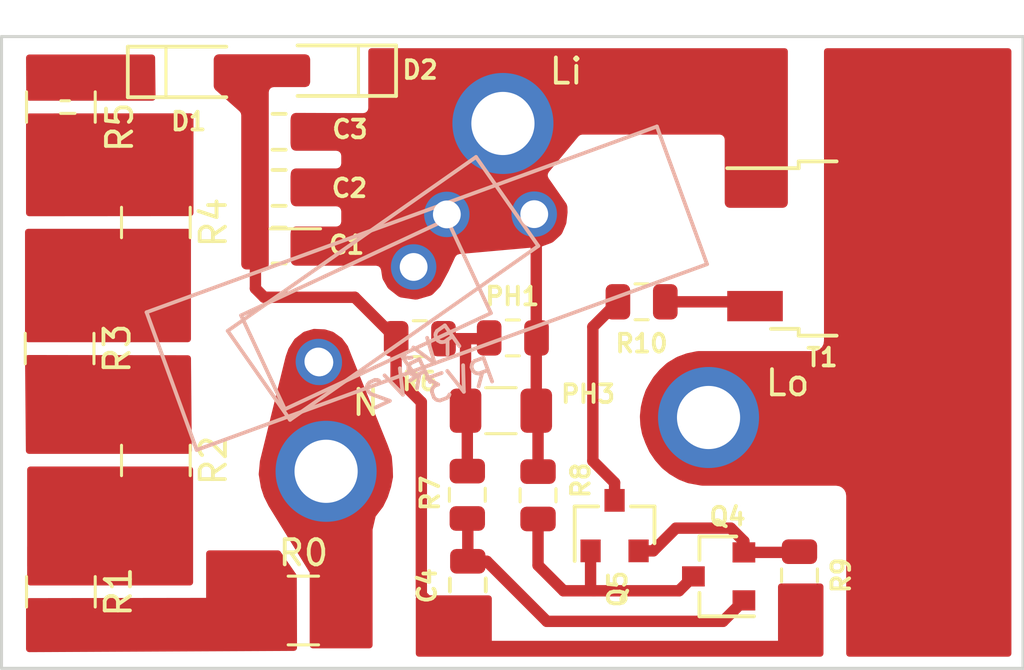
<source format=kicad_pcb>
(kicad_pcb (version 20171130) (host pcbnew "(5.1.4)-1")

  (general
    (thickness 1.6)
    (drawings 9)
    (tracks 70)
    (zones 0)
    (modules 26)
    (nets 17)
  )

  (page A4)
  (title_block
    (title RELAY)
    (date 2020-07-07)
    (company "W4COM CONFIDENCIAL")
  )

  (layers
    (0 F.Cu signal)
    (31 B.Cu signal)
    (32 B.Adhes user)
    (33 F.Adhes user)
    (34 B.Paste user)
    (35 F.Paste user)
    (36 B.SilkS user)
    (37 F.SilkS user)
    (38 B.Mask user)
    (39 F.Mask user)
    (40 Dwgs.User user)
    (41 Cmts.User user)
    (42 Eco1.User user)
    (43 Eco2.User user)
    (44 Edge.Cuts user)
    (45 Margin user)
    (46 B.CrtYd user)
    (47 F.CrtYd user)
    (48 B.Fab user hide)
    (49 F.Fab user hide)
  )

  (setup
    (last_trace_width 0.3)
    (user_trace_width 0.35)
    (user_trace_width 0.35)
    (user_trace_width 0.4)
    (user_trace_width 0.4)
    (user_trace_width 0.45)
    (user_trace_width 0.45)
    (user_trace_width 0.5)
    (user_trace_width 0.5)
    (user_trace_width 0.55)
    (user_trace_width 0.55)
    (user_trace_width 0.6)
    (user_trace_width 0.6)
    (user_trace_width 0.7)
    (user_trace_width 0.7)
    (user_trace_width 0.8)
    (user_trace_width 0.8)
    (user_trace_width 0.9)
    (user_trace_width 0.9)
    (user_trace_width 1)
    (user_trace_width 1)
    (user_trace_width 1.2)
    (user_trace_width 1.2)
    (user_trace_width 1.4)
    (user_trace_width 1.4)
    (user_trace_width 1.5)
    (user_trace_width 1.5)
    (user_trace_width 2)
    (user_trace_width 2)
    (trace_clearance 0.4)
    (zone_clearance 0.4)
    (zone_45_only no)
    (trace_min 0.3)
    (via_size 0.8)
    (via_drill 0.4)
    (via_min_size 0.4)
    (via_min_drill 0.3)
    (uvia_size 0.3)
    (uvia_drill 0.1)
    (uvias_allowed no)
    (uvia_min_size 0.2)
    (uvia_min_drill 0.1)
    (edge_width 0.05)
    (segment_width 0.2)
    (pcb_text_width 0.3)
    (pcb_text_size 1.5 1.5)
    (mod_edge_width 0.12)
    (mod_text_size 1 1)
    (mod_text_width 0.15)
    (pad_size 0.975 1.4)
    (pad_drill 0)
    (pad_to_mask_clearance 0.051)
    (solder_mask_min_width 0.25)
    (aux_axis_origin 130.55 105.89)
    (visible_elements 7FFFFFFF)
    (pcbplotparams
      (layerselection 0x010a8_7fffffff)
      (usegerberextensions false)
      (usegerberattributes false)
      (usegerberadvancedattributes false)
      (creategerberjobfile false)
      (excludeedgelayer true)
      (linewidth 0.100000)
      (plotframeref true)
      (viasonmask false)
      (mode 1)
      (useauxorigin false)
      (hpglpennumber 1)
      (hpglpenspeed 20)
      (hpglpendiameter 15.000000)
      (psnegative false)
      (psa4output false)
      (plotreference true)
      (plotvalue false)
      (plotinvisibletext false)
      (padsonsilk true)
      (subtractmaskfromsilk false)
      (outputformat 1)
      (mirror false)
      (drillshape 0)
      (scaleselection 1)
      (outputdirectory "PnP/"))
  )

  (net 0 "")
  (net 1 /GND)
  (net 2 /LOAD)
  (net 3 /LIVE)
  (net 4 /NEUTRAL)
  (net 5 "Net-(C4-Pad1)")
  (net 6 "Net-(Q4-Pad3)")
  (net 7 "Net-(PH1-Pad1)")
  (net 8 "Net-(Q4-Pad2)")
  (net 9 "Net-(Q5-Pad3)")
  (net 10 "Net-(D1-Pad1)")
  (net 11 "Net-(R0-Pad1)")
  (net 12 "Net-(R1-Pad1)")
  (net 13 "Net-(R2-Pad1)")
  (net 14 "Net-(R10-Pad1)")
  (net 15 "Net-(R3-Pad1)")
  (net 16 "Net-(R4-Pad1)")

  (net_class Default "This is the default net class."
    (clearance 0.4)
    (trace_width 0.3)
    (via_dia 0.8)
    (via_drill 0.4)
    (uvia_dia 0.3)
    (uvia_drill 0.1)
    (diff_pair_width 0.35)
    (diff_pair_gap 0.25)
    (add_net /GND)
    (add_net /LIVE)
    (add_net /LOAD)
    (add_net /NEUTRAL)
    (add_net "Net-(C4-Pad1)")
    (add_net "Net-(D1-Pad1)")
    (add_net "Net-(PH1-Pad1)")
    (add_net "Net-(Q4-Pad2)")
    (add_net "Net-(Q4-Pad3)")
    (add_net "Net-(Q5-Pad3)")
    (add_net "Net-(R0-Pad1)")
    (add_net "Net-(R1-Pad1)")
    (add_net "Net-(R10-Pad1)")
    (add_net "Net-(R2-Pad1)")
    (add_net "Net-(R3-Pad1)")
    (add_net "Net-(R4-Pad1)")
  )

  (net_class "AC Power" ""
    (clearance 1.5)
    (trace_width 0.3)
    (via_dia 0.8)
    (via_drill 0.4)
    (uvia_dia 0.3)
    (uvia_drill 0.1)
    (diff_pair_width 0.35)
    (diff_pair_gap 0.25)
  )

  (module Varistor:RV_Disc_D12mm_W4.3mm_P7.5mm (layer B.Cu) (tedit 5FC1372B) (tstamp 5FCED009)
    (at 148.18 87.92 215)
    (descr "Varistor, diameter 12mm, width 4.3mm, pitch 7.5mm")
    (tags "varistor SIOV")
    (path /5F86E82F)
    (fp_text reference RV1 (at 3.75 -4.1 215) (layer B.SilkS)
      (effects (font (size 1 1) (thickness 0.15)) (justify mirror))
    )
    (fp_text value Varistor (at 3.75 2.2 215) (layer B.Fab)
      (effects (font (size 1 1) (thickness 0.15)) (justify mirror))
    )
    (fp_text user %R (at 3.75 -0.95 215) (layer B.Fab)
      (effects (font (size 1 1) (thickness 0.15)) (justify mirror))
    )
    (fp_line (start -2.5 -3.35) (end 10 -3.35) (layer B.CrtYd) (width 0.05))
    (fp_line (start -2.5 1.45) (end 10 1.45) (layer B.CrtYd) (width 0.05))
    (fp_line (start 10 1.45) (end 10 -3.35) (layer B.CrtYd) (width 0.05))
    (fp_line (start -2.5 1.45) (end -2.5 -3.35) (layer B.CrtYd) (width 0.05))
    (fp_line (start -2.25 -3.1) (end 9.75 -3.1) (layer B.SilkS) (width 0.15))
    (fp_line (start -2.25 1.2) (end 9.75 1.2) (layer B.SilkS) (width 0.15))
    (fp_line (start 9.75 1.2) (end 9.75 -3.1) (layer B.SilkS) (width 0.15))
    (fp_line (start -2.25 1.2) (end -2.25 -3.1) (layer B.SilkS) (width 0.15))
    (fp_line (start -2.25 -3.1) (end 9.75 -3.1) (layer B.Fab) (width 0.1))
    (fp_line (start -2.25 1.2) (end 9.75 1.2) (layer B.Fab) (width 0.1))
    (fp_line (start 9.75 1.2) (end 9.75 -3.1) (layer B.Fab) (width 0.1))
    (fp_line (start -2.25 1.2) (end -2.25 -3.1) (layer B.Fab) (width 0.1))
    (pad 1 thru_hole circle (at 0 0 215) (size 1.8 1.8) (drill 1.1) (layers *.Cu *.Mask)
      (net 3 /LIVE))
    (pad 2 thru_hole circle (at 7.5 -1.9 215) (size 1.8 1.8) (drill 1.1) (layers *.Cu *.Mask)
      (net 4 /NEUTRAL))
    (model ${KISYS3DMOD}/Varistor.3dshapes/RV_Disc_D12mm_W4.3mm_P7.5mm.wrl
      (at (xyz 0 0 0))
      (scale (xyz 1 1 1))
      (rotate (xyz 0 0 0))
    )
  )

  (module Varistor:RV_Disc_D9mm_W4.1mm_P5mm (layer B.Cu) (tedit 5FCE2614) (tstamp 5FCECF8E)
    (at 146.865 90 205)
    (descr "Varistor, diameter 9mm, width 4.1mm, pitch 5mm")
    (tags "varistor SIOV")
    (path /5F5057CD)
    (fp_text reference RV2 (at 2.5 -3.95 205) (layer B.SilkS)
      (effects (font (size 1 1) (thickness 0.15)) (justify mirror))
    )
    (fp_text value Varistor (at 2.5 2.15 205) (layer B.Fab)
      (effects (font (size 1 1) (thickness 0.15)) (justify mirror))
    )
    (fp_text user %R (at 2.5 -0.9 205) (layer B.Fab)
      (effects (font (size 1 1) (thickness 0.15)) (justify mirror))
    )
    (fp_line (start -2.25 -3.2) (end 7.25 -3.2) (layer B.CrtYd) (width 0.05))
    (fp_line (start -2.25 1.4) (end 7.25 1.4) (layer B.CrtYd) (width 0.05))
    (fp_line (start 7.25 1.4) (end 7.25 -3.2) (layer B.CrtYd) (width 0.05))
    (fp_line (start -2.25 1.4) (end -2.25 -3.2) (layer B.CrtYd) (width 0.05))
    (fp_line (start -2 -2.95) (end 7 -2.95) (layer B.SilkS) (width 0.15))
    (fp_line (start -2 1.15) (end 7 1.15) (layer B.SilkS) (width 0.15))
    (fp_line (start 7 1.15) (end 7 -2.95) (layer B.SilkS) (width 0.15))
    (fp_line (start -2 1.15) (end -2 -2.95) (layer B.SilkS) (width 0.15))
    (fp_line (start -2 -2.95) (end 7 -2.95) (layer B.Fab) (width 0.1))
    (fp_line (start -2 1.15) (end 7 1.15) (layer B.Fab) (width 0.1))
    (fp_line (start 7 1.15) (end 7 -2.95) (layer B.Fab) (width 0.1))
    (fp_line (start -2 1.15) (end -2 -2.95) (layer B.Fab) (width 0.1))
    (pad 1 thru_hole circle (at 0 0 205) (size 1.8 1.8) (drill 1.1) (layers *.Cu *.Mask)
      (net 3 /LIVE))
    (pad 2 thru_hole circle (at 5 -1.8 205) (size 1.8 1.8) (drill 1.1) (layers *.Cu *.Mask)
      (net 4 /NEUTRAL))
    (model ${KISYS3DMOD}/Varistor.3dshapes/RV_Disc_D9mm_W4.1mm_P5mm.wrl
      (at (xyz 0 0 0))
      (scale (xyz 1 1 1))
      (rotate (xyz 0 0 0))
    )
  )

  (module Package_TO_SOT_SMD:TO-252-2 (layer F.Cu) (tedit 6061DAE2) (tstamp 60624928)
    (at 164.58 89.27)
    (descr "TO-252 / DPAK SMD package, http://www.infineon.com/cms/en/product/packages/PG-TO252/PG-TO252-3-1/")
    (tags "DPAK TO-252 DPAK-3 TO-252-3 SOT-428")
    (path /5F0EDC42)
    (attr smd)
    (fp_text reference T1 (at -1.548671 4.313351) (layer F.SilkS)
      (effects (font (size 0.7 0.7) (thickness 0.15)))
    )
    (fp_text value BT136S (at 0 4.5) (layer F.Fab)
      (effects (font (size 1 1) (thickness 0.15)))
    )
    (fp_line (start 3.95 -2.7) (end 4.95 -2.7) (layer F.Fab) (width 0.1))
    (fp_line (start 4.95 -2.7) (end 4.95 2.7) (layer F.Fab) (width 0.1))
    (fp_line (start 4.95 2.7) (end 3.95 2.7) (layer F.Fab) (width 0.1))
    (fp_line (start 3.95 -3.25) (end 3.95 3.25) (layer F.Fab) (width 0.1))
    (fp_line (start 3.95 3.25) (end -2.27 3.25) (layer F.Fab) (width 0.1))
    (fp_line (start -2.27 3.25) (end -2.27 -2.25) (layer F.Fab) (width 0.1))
    (fp_line (start -2.27 -2.25) (end -1.27 -3.25) (layer F.Fab) (width 0.1))
    (fp_line (start -1.27 -3.25) (end 3.95 -3.25) (layer F.Fab) (width 0.1))
    (fp_line (start -1.865 -2.655) (end -4.97 -2.655) (layer F.Fab) (width 0.1))
    (fp_line (start -4.97 -2.655) (end -4.97 -1.905) (layer F.Fab) (width 0.1))
    (fp_line (start -4.97 -1.905) (end -2.27 -1.905) (layer F.Fab) (width 0.1))
    (fp_line (start -2.27 1.905) (end -4.97 1.905) (layer F.Fab) (width 0.1))
    (fp_line (start -4.97 1.905) (end -4.97 2.655) (layer F.Fab) (width 0.1))
    (fp_line (start -4.97 2.655) (end -2.27 2.655) (layer F.Fab) (width 0.1))
    (fp_line (start -0.97 -3.45) (end -2.47 -3.45) (layer F.SilkS) (width 0.15))
    (fp_line (start -2.47 -3.45) (end -2.47 -3.18) (layer F.SilkS) (width 0.15))
    (fp_line (start -2.47 -3.18) (end -5.3 -3.18) (layer F.SilkS) (width 0.15))
    (fp_line (start -0.97 3.45) (end -2.47 3.45) (layer F.SilkS) (width 0.15))
    (fp_line (start -2.47 3.45) (end -2.47 3.18) (layer F.SilkS) (width 0.15))
    (fp_line (start -2.47 3.18) (end -3.57 3.18) (layer F.SilkS) (width 0.15))
    (fp_line (start -5.55 -3.5) (end -5.55 3.5) (layer F.CrtYd) (width 0.05))
    (fp_line (start -5.55 3.5) (end 5.55 3.5) (layer F.CrtYd) (width 0.05))
    (fp_line (start 5.55 3.5) (end 5.55 -3.5) (layer F.CrtYd) (width 0.05))
    (fp_line (start 5.55 -3.5) (end -5.55 -3.5) (layer F.CrtYd) (width 0.05))
    (fp_text user %R (at 0 0) (layer F.Fab)
      (effects (font (size 1 1) (thickness 0.15)))
    )
    (pad 1 smd rect (at -4.2 -2.28) (size 2.2 1.2) (layers F.Cu F.Paste F.Mask)
      (net 3 /LIVE) (zone_connect 2))
    (pad 3 smd rect (at -4.2 2.28) (size 2.2 1.2) (layers F.Cu F.Paste F.Mask)
      (net 14 "Net-(R10-Pad1)"))
    (pad 2 smd rect (at 2.1 0) (size 6.4 5.8) (layers F.Cu F.Mask)
      (net 2 /LOAD))
    (pad "" smd rect (at 3.775 1.525) (size 3.05 2.75) (layers F.Paste))
    (pad "" smd rect (at 0.425 -1.525) (size 3.05 2.75) (layers F.Paste))
    (pad "" smd rect (at 3.775 -1.525) (size 3.05 2.75) (layers F.Paste))
    (pad "" smd rect (at 0.425 1.525) (size 3.05 2.75) (layers F.Paste))
    (model ${KISYS3DMOD}/Package_TO_SOT_SMD.3dshapes/TO-252-2.wrl
      (at (xyz 0 0 0))
      (scale (xyz 1 1 1))
      (rotate (xyz 0 0 0))
    )
  )

  (module Capacitor_SMD:C_0805_2012Metric (layer F.Cu) (tedit 5B36C52B) (tstamp 5F936771)
    (at 141.54 89.15 180)
    (descr "Capacitor SMD 0805 (2012 Metric), square (rectangular) end terminal, IPC_7351 nominal, (Body size source: https://docs.google.com/spreadsheets/d/1BsfQQcO9C6DZCsRaXUlFlo91Tg2WpOkGARC1WS5S8t0/edit?usp=sharing), generated with kicad-footprint-generator")
    (tags capacitor)
    (path /5F86E83F)
    (attr smd)
    (fp_text reference C1 (at -2.67 0.02) (layer F.SilkS)
      (effects (font (size 0.7 0.7) (thickness 0.15)))
    )
    (fp_text value 10uF (at 0 1.65) (layer F.Fab)
      (effects (font (size 1 1) (thickness 0.15)))
    )
    (fp_line (start -1 0.6) (end -1 -0.6) (layer F.Fab) (width 0.1))
    (fp_line (start -1 -0.6) (end 1 -0.6) (layer F.Fab) (width 0.1))
    (fp_line (start 1 -0.6) (end 1 0.6) (layer F.Fab) (width 0.1))
    (fp_line (start 1 0.6) (end -1 0.6) (layer F.Fab) (width 0.1))
    (fp_line (start -0.258578 -0.71) (end 0.258578 -0.71) (layer F.SilkS) (width 0.15))
    (fp_line (start -0.258578 0.71) (end 0.258578 0.71) (layer F.SilkS) (width 0.15))
    (fp_line (start -1.68 0.95) (end -1.68 -0.95) (layer F.CrtYd) (width 0.05))
    (fp_line (start -1.68 -0.95) (end 1.68 -0.95) (layer F.CrtYd) (width 0.05))
    (fp_line (start 1.68 -0.95) (end 1.68 0.95) (layer F.CrtYd) (width 0.05))
    (fp_line (start 1.68 0.95) (end -1.68 0.95) (layer F.CrtYd) (width 0.05))
    (fp_text user %R (at 0 0) (layer F.Fab)
      (effects (font (size 0.5 0.5) (thickness 0.08)))
    )
    (pad 1 smd roundrect (at -0.9375 0 180) (size 0.975 1.4) (layers F.Cu F.Paste F.Mask) (roundrect_rratio 0.25)
      (net 3 /LIVE))
    (pad 2 smd roundrect (at 0.9375 0 180) (size 0.975 1.4) (layers F.Cu F.Paste F.Mask) (roundrect_rratio 0.25)
      (net 1 /GND))
    (model ${KISYS3DMOD}/Capacitor_SMD.3dshapes/C_0805_2012Metric.wrl
      (at (xyz 0 0 0))
      (scale (xyz 1 1 1))
      (rotate (xyz 0 0 0))
    )
  )

  (module Capacitor_SMD:C_0805_2012Metric (layer F.Cu) (tedit 5B36C52B) (tstamp 5F9365BC)
    (at 141.54 86.87 180)
    (descr "Capacitor SMD 0805 (2012 Metric), square (rectangular) end terminal, IPC_7351 nominal, (Body size source: https://docs.google.com/spreadsheets/d/1BsfQQcO9C6DZCsRaXUlFlo91Tg2WpOkGARC1WS5S8t0/edit?usp=sharing), generated with kicad-footprint-generator")
    (tags capacitor)
    (path /5F86E83E)
    (attr smd)
    (fp_text reference C2 (at -2.784 -0.012) (layer F.SilkS)
      (effects (font (size 0.7 0.7) (thickness 0.15)))
    )
    (fp_text value 10uF (at 0 1.65) (layer F.Fab)
      (effects (font (size 1 1) (thickness 0.15)))
    )
    (fp_text user %R (at 0 0) (layer F.Fab)
      (effects (font (size 0.5 0.5) (thickness 0.08)))
    )
    (fp_line (start 1.68 0.95) (end -1.68 0.95) (layer F.CrtYd) (width 0.05))
    (fp_line (start 1.68 -0.95) (end 1.68 0.95) (layer F.CrtYd) (width 0.05))
    (fp_line (start -1.68 -0.95) (end 1.68 -0.95) (layer F.CrtYd) (width 0.05))
    (fp_line (start -1.68 0.95) (end -1.68 -0.95) (layer F.CrtYd) (width 0.05))
    (fp_line (start -0.258578 0.71) (end 0.258578 0.71) (layer F.SilkS) (width 0.15))
    (fp_line (start -0.258578 -0.71) (end 0.258578 -0.71) (layer F.SilkS) (width 0.15))
    (fp_line (start 1 0.6) (end -1 0.6) (layer F.Fab) (width 0.1))
    (fp_line (start 1 -0.6) (end 1 0.6) (layer F.Fab) (width 0.1))
    (fp_line (start -1 -0.6) (end 1 -0.6) (layer F.Fab) (width 0.1))
    (fp_line (start -1 0.6) (end -1 -0.6) (layer F.Fab) (width 0.1))
    (pad 2 smd roundrect (at 0.9375 0 180) (size 0.975 1.4) (layers F.Cu F.Paste F.Mask) (roundrect_rratio 0.25)
      (net 1 /GND))
    (pad 1 smd roundrect (at -0.9375 0 180) (size 0.975 1.4) (layers F.Cu F.Paste F.Mask) (roundrect_rratio 0.25)
      (net 3 /LIVE))
    (model ${KISYS3DMOD}/Capacitor_SMD.3dshapes/C_0805_2012Metric.wrl
      (at (xyz 0 0 0))
      (scale (xyz 1 1 1))
      (rotate (xyz 0 0 0))
    )
  )

  (module Capacitor_SMD:C_0805_2012Metric (layer F.Cu) (tedit 5B36C52B) (tstamp 5F9365EC)
    (at 141.54 84.65 180)
    (descr "Capacitor SMD 0805 (2012 Metric), square (rectangular) end terminal, IPC_7351 nominal, (Body size source: https://docs.google.com/spreadsheets/d/1BsfQQcO9C6DZCsRaXUlFlo91Tg2WpOkGARC1WS5S8t0/edit?usp=sharing), generated with kicad-footprint-generator")
    (tags capacitor)
    (path /5F86E839)
    (attr smd)
    (fp_text reference C3 (at -2.804 0.098) (layer F.SilkS)
      (effects (font (size 0.7 0.7) (thickness 0.15)))
    )
    (fp_text value 10uF (at 0 1.65) (layer F.Fab)
      (effects (font (size 1 1) (thickness 0.15)))
    )
    (fp_line (start -1 0.6) (end -1 -0.6) (layer F.Fab) (width 0.1))
    (fp_line (start -1 -0.6) (end 1 -0.6) (layer F.Fab) (width 0.1))
    (fp_line (start 1 -0.6) (end 1 0.6) (layer F.Fab) (width 0.1))
    (fp_line (start 1 0.6) (end -1 0.6) (layer F.Fab) (width 0.1))
    (fp_line (start -0.258578 -0.71) (end 0.258578 -0.71) (layer F.SilkS) (width 0.15))
    (fp_line (start -0.258578 0.71) (end 0.258578 0.71) (layer F.SilkS) (width 0.15))
    (fp_line (start -1.68 0.95) (end -1.68 -0.95) (layer F.CrtYd) (width 0.05))
    (fp_line (start -1.68 -0.95) (end 1.68 -0.95) (layer F.CrtYd) (width 0.05))
    (fp_line (start 1.68 -0.95) (end 1.68 0.95) (layer F.CrtYd) (width 0.05))
    (fp_line (start 1.68 0.95) (end -1.68 0.95) (layer F.CrtYd) (width 0.05))
    (fp_text user %R (at 0 0) (layer F.Fab)
      (effects (font (size 0.5 0.5) (thickness 0.08)))
    )
    (pad 1 smd roundrect (at -0.9375 0 180) (size 0.975 1.4) (layers F.Cu F.Paste F.Mask) (roundrect_rratio 0.25)
      (net 3 /LIVE))
    (pad 2 smd roundrect (at 0.9375 0 180) (size 0.975 1.4) (layers F.Cu F.Paste F.Mask) (roundrect_rratio 0.25)
      (net 1 /GND))
    (model ${KISYS3DMOD}/Capacitor_SMD.3dshapes/C_0805_2012Metric.wrl
      (at (xyz 0 0 0))
      (scale (xyz 1 1 1))
      (rotate (xyz 0 0 0))
    )
  )

  (module Capacitor_SMD:C_0805_2012Metric (layer F.Cu) (tedit 6062036B) (tstamp 5FCECFD7)
    (at 149.01 102.59 270)
    (descr "Capacitor SMD 0805 (2012 Metric), square (rectangular) end terminal, IPC_7351 nominal, (Body size source: https://docs.google.com/spreadsheets/d/1BsfQQcO9C6DZCsRaXUlFlo91Tg2WpOkGARC1WS5S8t0/edit?usp=sharing), generated with kicad-footprint-generator")
    (tags capacitor)
    (path /5F86E837)
    (attr smd)
    (fp_text reference C4 (at 0.03 1.61 90) (layer F.SilkS)
      (effects (font (size 0.7 0.7) (thickness 0.15)))
    )
    (fp_text value 10uF (at 0 1.65 90) (layer F.Fab)
      (effects (font (size 1 1) (thickness 0.15)))
    )
    (fp_text user %R (at 0 0 90) (layer F.Fab)
      (effects (font (size 0.5 0.5) (thickness 0.08)))
    )
    (fp_line (start 1.68 0.95) (end -1.68 0.95) (layer F.CrtYd) (width 0.05))
    (fp_line (start 1.68 -0.95) (end 1.68 0.95) (layer F.CrtYd) (width 0.05))
    (fp_line (start -1.68 -0.95) (end 1.68 -0.95) (layer F.CrtYd) (width 0.05))
    (fp_line (start -1.68 0.95) (end -1.68 -0.95) (layer F.CrtYd) (width 0.05))
    (fp_line (start -0.258578 0.71) (end 0.258578 0.71) (layer F.SilkS) (width 0.15))
    (fp_line (start -0.258578 -0.71) (end 0.258578 -0.71) (layer F.SilkS) (width 0.15))
    (fp_line (start 1 0.6) (end -1 0.6) (layer F.Fab) (width 0.1))
    (fp_line (start 1 -0.6) (end 1 0.6) (layer F.Fab) (width 0.1))
    (fp_line (start -1 -0.6) (end 1 -0.6) (layer F.Fab) (width 0.1))
    (fp_line (start -1 0.6) (end -1 -0.6) (layer F.Fab) (width 0.1))
    (pad 2 smd roundrect (at 0.9375 0 270) (size 0.975 1.4) (layers F.Cu F.Paste F.Mask) (roundrect_rratio 0.25)
      (net 1 /GND) (zone_connect 2))
    (pad 1 smd roundrect (at -0.9375 0 270) (size 0.975 1.4) (layers F.Cu F.Paste F.Mask) (roundrect_rratio 0.25)
      (net 5 "Net-(C4-Pad1)"))
    (model ${KISYS3DMOD}/Capacitor_SMD.3dshapes/C_0805_2012Metric.wrl
      (at (xyz 0 0 0))
      (scale (xyz 1 1 1))
      (rotate (xyz 0 0 0))
    )
  )

  (module Package_TO_SOT_SMD:SOT-23 (layer F.Cu) (tedit 5A02FF57) (tstamp 5FCED041)
    (at 154.82 100.24 90)
    (descr "SOT-23, Standard")
    (tags SOT-23)
    (path /5F86E836)
    (attr smd)
    (fp_text reference Q5 (at -2.51 0.12 90) (layer F.SilkS)
      (effects (font (size 0.7 0.7) (thickness 0.15)))
    )
    (fp_text value Q_NPN_BEC (at 0 2.5 90) (layer F.Fab)
      (effects (font (size 1 1) (thickness 0.15)))
    )
    (fp_text user %R (at 0 0) (layer F.Fab)
      (effects (font (size 0.5 0.5) (thickness 0.075)))
    )
    (fp_line (start -0.7 -0.95) (end -0.7 1.5) (layer F.Fab) (width 0.1))
    (fp_line (start -0.15 -1.52) (end 0.7 -1.52) (layer F.Fab) (width 0.1))
    (fp_line (start -0.7 -0.95) (end -0.15 -1.52) (layer F.Fab) (width 0.1))
    (fp_line (start 0.7 -1.52) (end 0.7 1.52) (layer F.Fab) (width 0.1))
    (fp_line (start -0.7 1.52) (end 0.7 1.52) (layer F.Fab) (width 0.1))
    (fp_line (start 0.76 1.58) (end 0.76 0.65) (layer F.SilkS) (width 0.15))
    (fp_line (start 0.76 -1.58) (end 0.76 -0.65) (layer F.SilkS) (width 0.15))
    (fp_line (start -1.7 -1.75) (end 1.7 -1.75) (layer F.CrtYd) (width 0.05))
    (fp_line (start 1.7 -1.75) (end 1.7 1.75) (layer F.CrtYd) (width 0.05))
    (fp_line (start 1.7 1.75) (end -1.7 1.75) (layer F.CrtYd) (width 0.05))
    (fp_line (start -1.7 1.75) (end -1.7 -1.75) (layer F.CrtYd) (width 0.05))
    (fp_line (start 0.76 -1.58) (end -1.4 -1.58) (layer F.SilkS) (width 0.15))
    (fp_line (start 0.76 1.58) (end -0.7 1.58) (layer F.SilkS) (width 0.15))
    (pad 1 smd rect (at -1 -0.95 90) (size 0.9 0.8) (layers F.Cu F.Paste F.Mask)
      (net 6 "Net-(Q4-Pad3)"))
    (pad 2 smd rect (at -1 0.95 90) (size 0.9 0.8) (layers F.Cu F.Paste F.Mask)
      (net 8 "Net-(Q4-Pad2)"))
    (pad 3 smd rect (at 1 0 90) (size 0.9 0.8) (layers F.Cu F.Paste F.Mask)
      (net 9 "Net-(Q5-Pad3)"))
    (model ${KISYS3DMOD}/Package_TO_SOT_SMD.3dshapes/SOT-23.wrl
      (at (xyz 0 0 0))
      (scale (xyz 1 1 1))
      (rotate (xyz 0 0 0))
    )
  )

  (module Diode_SMD:D_SOD-123 (layer F.Cu) (tedit 58645DC7) (tstamp 5F936038)
    (at 137.8 82.28)
    (descr SOD-123)
    (tags SOD-123)
    (path /5F8C200F)
    (attr smd)
    (fp_text reference D1 (at 0.16 1.96) (layer F.SilkS)
      (effects (font (size 0.7 0.7) (thickness 0.15)))
    )
    (fp_text value 1N4007 (at 0 2.1) (layer F.Fab)
      (effects (font (size 1 1) (thickness 0.15)))
    )
    (fp_text user %R (at 0 -2) (layer F.Fab)
      (effects (font (size 1 1) (thickness 0.15)))
    )
    (fp_line (start -2.25 -1) (end -2.25 1) (layer F.SilkS) (width 0.15))
    (fp_line (start 0.25 0) (end 0.75 0) (layer F.Fab) (width 0.1))
    (fp_line (start 0.25 0.4) (end -0.35 0) (layer F.Fab) (width 0.1))
    (fp_line (start 0.25 -0.4) (end 0.25 0.4) (layer F.Fab) (width 0.1))
    (fp_line (start -0.35 0) (end 0.25 -0.4) (layer F.Fab) (width 0.1))
    (fp_line (start -0.35 0) (end -0.35 0.55) (layer F.Fab) (width 0.1))
    (fp_line (start -0.35 0) (end -0.35 -0.55) (layer F.Fab) (width 0.1))
    (fp_line (start -0.75 0) (end -0.35 0) (layer F.Fab) (width 0.1))
    (fp_line (start -1.4 0.9) (end -1.4 -0.9) (layer F.Fab) (width 0.1))
    (fp_line (start 1.4 0.9) (end -1.4 0.9) (layer F.Fab) (width 0.1))
    (fp_line (start 1.4 -0.9) (end 1.4 0.9) (layer F.Fab) (width 0.1))
    (fp_line (start -1.4 -0.9) (end 1.4 -0.9) (layer F.Fab) (width 0.1))
    (fp_line (start -2.35 -1.15) (end 2.35 -1.15) (layer F.CrtYd) (width 0.05))
    (fp_line (start 2.35 -1.15) (end 2.35 1.15) (layer F.CrtYd) (width 0.05))
    (fp_line (start 2.35 1.15) (end -2.35 1.15) (layer F.CrtYd) (width 0.05))
    (fp_line (start -2.35 -1.15) (end -2.35 1.15) (layer F.CrtYd) (width 0.05))
    (fp_line (start -2.25 1) (end 1.65 1) (layer F.SilkS) (width 0.15))
    (fp_line (start -2.25 -1) (end 1.65 -1) (layer F.SilkS) (width 0.15))
    (pad 1 smd rect (at -1.65 0) (size 0.9 1.2) (layers F.Cu F.Paste F.Mask)
      (net 10 "Net-(D1-Pad1)"))
    (pad 2 smd rect (at 1.65 0) (size 0.9 1.2) (layers F.Cu F.Paste F.Mask)
      (net 1 /GND))
    (model ${KISYS3DMOD}/Diode_SMD.3dshapes/D_SOD-123.wrl
      (at (xyz 0 0 0))
      (scale (xyz 1 1 1))
      (rotate (xyz 0 0 0))
    )
  )

  (module Diode_SMD:D_SOD-123 (layer F.Cu) (tedit 58645DC7) (tstamp 5FCEA767)
    (at 143.92 82.23 180)
    (descr SOD-123)
    (tags SOD-123)
    (path /5F8C200E)
    (attr smd)
    (fp_text reference D2 (at -3.2 0.03) (layer F.SilkS)
      (effects (font (size 0.7 0.7) (thickness 0.15)))
    )
    (fp_text value 12V (at 0 2.1) (layer F.Fab)
      (effects (font (size 1 1) (thickness 0.15)))
    )
    (fp_line (start -2.25 -1) (end 1.65 -1) (layer F.SilkS) (width 0.15))
    (fp_line (start -2.25 1) (end 1.65 1) (layer F.SilkS) (width 0.15))
    (fp_line (start -2.35 -1.15) (end -2.35 1.15) (layer F.CrtYd) (width 0.05))
    (fp_line (start 2.35 1.15) (end -2.35 1.15) (layer F.CrtYd) (width 0.05))
    (fp_line (start 2.35 -1.15) (end 2.35 1.15) (layer F.CrtYd) (width 0.05))
    (fp_line (start -2.35 -1.15) (end 2.35 -1.15) (layer F.CrtYd) (width 0.05))
    (fp_line (start -1.4 -0.9) (end 1.4 -0.9) (layer F.Fab) (width 0.1))
    (fp_line (start 1.4 -0.9) (end 1.4 0.9) (layer F.Fab) (width 0.1))
    (fp_line (start 1.4 0.9) (end -1.4 0.9) (layer F.Fab) (width 0.1))
    (fp_line (start -1.4 0.9) (end -1.4 -0.9) (layer F.Fab) (width 0.1))
    (fp_line (start -0.75 0) (end -0.35 0) (layer F.Fab) (width 0.1))
    (fp_line (start -0.35 0) (end -0.35 -0.55) (layer F.Fab) (width 0.1))
    (fp_line (start -0.35 0) (end -0.35 0.55) (layer F.Fab) (width 0.1))
    (fp_line (start -0.35 0) (end 0.25 -0.4) (layer F.Fab) (width 0.1))
    (fp_line (start 0.25 -0.4) (end 0.25 0.4) (layer F.Fab) (width 0.1))
    (fp_line (start 0.25 0.4) (end -0.35 0) (layer F.Fab) (width 0.1))
    (fp_line (start 0.25 0) (end 0.75 0) (layer F.Fab) (width 0.1))
    (fp_line (start -2.25 -1) (end -2.25 1) (layer F.SilkS) (width 0.15))
    (fp_text user %R (at 0 -2) (layer F.Fab)
      (effects (font (size 1 1) (thickness 0.15)))
    )
    (pad 2 smd rect (at 1.65 0 180) (size 0.9 1.2) (layers F.Cu F.Paste F.Mask)
      (net 1 /GND))
    (pad 1 smd rect (at -1.65 0 180) (size 0.9 1.2) (layers F.Cu F.Paste F.Mask)
      (net 3 /LIVE))
    (model ${KISYS3DMOD}/Diode_SMD.3dshapes/D_SOD-123.wrl
      (at (xyz 0 0 0))
      (scale (xyz 1 1 1))
      (rotate (xyz 0 0 0))
    )
  )

  (module Package_TO_SOT_SMD:SOT-23 (layer F.Cu) (tedit 5A02FF57) (tstamp 5FCED07D)
    (at 158.94 102.25 180)
    (descr "SOT-23, Standard")
    (tags SOT-23)
    (path /5F946D91)
    (attr smd)
    (fp_text reference Q4 (at -0.35 2.37) (layer F.SilkS)
      (effects (font (size 0.7 0.7) (thickness 0.15)))
    )
    (fp_text value Q_NPN_BEC (at 0 2.5) (layer F.Fab)
      (effects (font (size 1 1) (thickness 0.15)))
    )
    (fp_line (start 0.76 1.58) (end -0.7 1.58) (layer F.SilkS) (width 0.15))
    (fp_line (start 0.76 -1.58) (end -1.4 -1.58) (layer F.SilkS) (width 0.15))
    (fp_line (start -1.7 1.75) (end -1.7 -1.75) (layer F.CrtYd) (width 0.05))
    (fp_line (start 1.7 1.75) (end -1.7 1.75) (layer F.CrtYd) (width 0.05))
    (fp_line (start 1.7 -1.75) (end 1.7 1.75) (layer F.CrtYd) (width 0.05))
    (fp_line (start -1.7 -1.75) (end 1.7 -1.75) (layer F.CrtYd) (width 0.05))
    (fp_line (start 0.76 -1.58) (end 0.76 -0.65) (layer F.SilkS) (width 0.15))
    (fp_line (start 0.76 1.58) (end 0.76 0.65) (layer F.SilkS) (width 0.15))
    (fp_line (start -0.7 1.52) (end 0.7 1.52) (layer F.Fab) (width 0.1))
    (fp_line (start 0.7 -1.52) (end 0.7 1.52) (layer F.Fab) (width 0.1))
    (fp_line (start -0.7 -0.95) (end -0.15 -1.52) (layer F.Fab) (width 0.1))
    (fp_line (start -0.15 -1.52) (end 0.7 -1.52) (layer F.Fab) (width 0.1))
    (fp_line (start -0.7 -0.95) (end -0.7 1.5) (layer F.Fab) (width 0.1))
    (fp_text user %R (at 0 0 90) (layer F.Fab)
      (effects (font (size 0.5 0.5) (thickness 0.075)))
    )
    (pad 3 smd rect (at 1 0 180) (size 0.9 0.8) (layers F.Cu F.Paste F.Mask)
      (net 6 "Net-(Q4-Pad3)"))
    (pad 2 smd rect (at -1 0.95 180) (size 0.9 0.8) (layers F.Cu F.Paste F.Mask)
      (net 8 "Net-(Q4-Pad2)"))
    (pad 1 smd rect (at -1 -0.95 180) (size 0.9 0.8) (layers F.Cu F.Paste F.Mask)
      (net 5 "Net-(C4-Pad1)"))
    (model ${KISYS3DMOD}/Package_TO_SOT_SMD.3dshapes/SOT-23.wrl
      (at (xyz 0 0 0))
      (scale (xyz 1 1 1))
      (rotate (xyz 0 0 0))
    )
  )

  (module custom:nema_3_pin_chinese (layer F.Cu) (tedit 5E273219) (tstamp 5FEA37BE)
    (at 150.4 92.99)
    (path /5F8C200B)
    (fp_text reference J1 (at 0 0.5) (layer F.SilkS) hide
      (effects (font (size 0.7 0.7) (thickness 0.15)))
    )
    (fp_text value Conn_01x03 (at 0 -0.5) (layer F.Fab)
      (effects (font (size 1 1) (thickness 0.15)))
    )
    (fp_line (start 0.747087 -9.40693) (end 0.747087 -7.90693) (layer Dwgs.User) (width 0.2))
    (fp_line (start -0.752912 -7.90693) (end -0.752912 -9.40693) (layer Dwgs.User) (width 0.2))
    (fp_line (start 0.747087 -9.40693) (end -0.752912 -9.40693) (layer Dwgs.User) (width 0.2))
    (fp_line (start 8.580195 3.922129) (end 7.170656 3.409099) (layer Dwgs.User) (width 0.2))
    (fp_line (start 0.747087 -9.40693) (end -0.752912 -9.40693) (layer Dwgs.User) (width 0.2))
    (fp_line (start -8.054135 4.922504) (end -6.840576 4.040802) (layer Dwgs.User) (width 0.2))
    (fp_line (start -0.752912 -7.90693) (end -0.752912 -9.40693) (layer Dwgs.User) (width 0.2))
    (fp_line (start 8.580195 3.922129) (end 7.170656 3.409099) (layer Dwgs.User) (width 0.2))
    (fp_line (start -8.054135 4.922504) (end -7.172457 6.136029) (layer Dwgs.User) (width 0.2))
    (fp_line (start -5.958898 5.254327) (end -7.172457 6.136029) (layer Dwgs.User) (width 0.2))
    (fp_line (start 7.170656 3.409099) (end 7.683686 1.99956) (layer Dwgs.User) (width 0.2))
    (fp_line (start -5.958898 5.254327) (end -6.840576 4.040802) (layer Dwgs.User) (width 0.2))
    (fp_line (start 0.747087 -7.90693) (end -0.752912 -7.90693) (layer Dwgs.User) (width 0.2))
    (fp_line (start 8.580195 3.922129) (end 9.093225 2.51259) (layer Dwgs.User) (width 0.2))
    (fp_line (start 0.747087 -7.90693) (end -0.752912 -7.90693) (layer Dwgs.User) (width 0.2))
    (fp_line (start 7.683686 1.99956) (end 9.093225 2.51259) (layer Dwgs.User) (width 0.2))
    (fp_line (start 7.170656 3.409099) (end 7.683686 1.99956) (layer Dwgs.User) (width 0.2))
    (fp_line (start 0.747087 -9.40693) (end 0.747087 -7.90693) (layer Dwgs.User) (width 0.2))
    (fp_line (start 8.580195 3.922129) (end 9.093225 2.51259) (layer Dwgs.User) (width 0.2))
    (fp_line (start -5.958898 5.254327) (end -6.840576 4.040802) (layer Dwgs.User) (width 0.2))
    (fp_line (start -5.958898 5.254327) (end -7.172457 6.136029) (layer Dwgs.User) (width 0.2))
    (fp_line (start -8.054135 4.922504) (end -6.840576 4.040802) (layer Dwgs.User) (width 0.2))
    (fp_line (start -8.054135 4.922504) (end -7.172457 6.136029) (layer Dwgs.User) (width 0.2))
    (fp_line (start 7.683686 1.99956) (end 9.093225 2.51259) (layer Dwgs.User) (width 0.2))
    (fp_text user nema_7_pins (at 0 -0.5) (layer F.Fab)
      (effects (font (size 1 1) (thickness 0.15)))
    )
    (fp_text user Lo (at 11.27 1.6) (layer F.SilkS)
      (effects (font (size 1 1) (thickness 0.15)))
    )
    (fp_text user N (at -5.43 2.38) (layer F.SilkS)
      (effects (font (size 1 1) (thickness 0.15)))
    )
    (fp_text user Li (at 2.5 -10.74) (layer F.SilkS)
      (effects (font (size 1 1) (thickness 0.15)))
    )
    (pad 1 thru_hole circle (at 0 -8.67) (size 4 4) (drill 2.5) (layers *.Cu *.Mask)
      (net 3 /LIVE))
    (pad 3 thru_hole circle (at 8.14 2.97) (size 4 4) (drill 2.5) (layers *.Cu *.Mask)
      (net 2 /LOAD))
    (pad 2 thru_hole circle (at -7 5.1) (size 4 4) (drill 2.5) (layers *.Cu *.Mask)
      (net 4 /NEUTRAL))
  )

  (module Resistor_SMD:R_0805_2012Metric (layer F.Cu) (tedit 5B36C52B) (tstamp 5FD7AB76)
    (at 147.11 92.84)
    (descr "Resistor SMD 0805 (2012 Metric), square (rectangular) end terminal, IPC_7351 nominal, (Body size source: https://docs.google.com/spreadsheets/d/1BsfQQcO9C6DZCsRaXUlFlo91Tg2WpOkGARC1WS5S8t0/edit?usp=sharing), generated with kicad-footprint-generator")
    (tags resistor)
    (path /5F8C2010)
    (attr smd)
    (fp_text reference R6 (at 0 1.69) (layer F.SilkS)
      (effects (font (size 0.7 0.7) (thickness 0.15)))
    )
    (fp_text value 30k (at 0 1.65) (layer F.Fab)
      (effects (font (size 1 1) (thickness 0.15)))
    )
    (fp_text user %R (at 0 0) (layer F.Fab)
      (effects (font (size 0.5 0.5) (thickness 0.08)))
    )
    (fp_line (start 1.68 0.95) (end -1.68 0.95) (layer F.CrtYd) (width 0.05))
    (fp_line (start 1.68 -0.95) (end 1.68 0.95) (layer F.CrtYd) (width 0.05))
    (fp_line (start -1.68 -0.95) (end 1.68 -0.95) (layer F.CrtYd) (width 0.05))
    (fp_line (start -1.68 0.95) (end -1.68 -0.95) (layer F.CrtYd) (width 0.05))
    (fp_line (start -0.258578 0.71) (end 0.258578 0.71) (layer F.SilkS) (width 0.12))
    (fp_line (start -0.258578 -0.71) (end 0.258578 -0.71) (layer F.SilkS) (width 0.12))
    (fp_line (start 1 0.6) (end -1 0.6) (layer F.Fab) (width 0.1))
    (fp_line (start 1 -0.6) (end 1 0.6) (layer F.Fab) (width 0.1))
    (fp_line (start -1 -0.6) (end 1 -0.6) (layer F.Fab) (width 0.1))
    (fp_line (start -1 0.6) (end -1 -0.6) (layer F.Fab) (width 0.1))
    (pad 2 smd roundrect (at 0.9375 0) (size 0.975 1.4) (layers F.Cu F.Paste F.Mask) (roundrect_rratio 0.25)
      (net 7 "Net-(PH1-Pad1)"))
    (pad 1 smd roundrect (at -0.9375 0) (size 0.975 1.4) (layers F.Cu F.Paste F.Mask) (roundrect_rratio 0.25)
      (net 1 /GND))
    (model ${KISYS3DMOD}/Resistor_SMD.3dshapes/R_0805_2012Metric.wrl
      (at (xyz 0 0 0))
      (scale (xyz 1 1 1))
      (rotate (xyz 0 0 0))
    )
  )

  (module Resistor_SMD:R_0805_2012Metric (layer F.Cu) (tedit 5B36C52B) (tstamp 5FD7AB86)
    (at 148.99 99.02 270)
    (descr "Resistor SMD 0805 (2012 Metric), square (rectangular) end terminal, IPC_7351 nominal, (Body size source: https://docs.google.com/spreadsheets/d/1BsfQQcO9C6DZCsRaXUlFlo91Tg2WpOkGARC1WS5S8t0/edit?usp=sharing), generated with kicad-footprint-generator")
    (tags resistor)
    (path /5F94794D)
    (attr smd)
    (fp_text reference R7 (at -0.06 1.47 90) (layer F.SilkS)
      (effects (font (size 0.7 0.7) (thickness 0.15)))
    )
    (fp_text value 30k (at 0 1.65 90) (layer F.Fab)
      (effects (font (size 1 1) (thickness 0.15)))
    )
    (fp_line (start -1 0.6) (end -1 -0.6) (layer F.Fab) (width 0.1))
    (fp_line (start -1 -0.6) (end 1 -0.6) (layer F.Fab) (width 0.1))
    (fp_line (start 1 -0.6) (end 1 0.6) (layer F.Fab) (width 0.1))
    (fp_line (start 1 0.6) (end -1 0.6) (layer F.Fab) (width 0.1))
    (fp_line (start -0.258578 -0.71) (end 0.258578 -0.71) (layer F.SilkS) (width 0.12))
    (fp_line (start -0.258578 0.71) (end 0.258578 0.71) (layer F.SilkS) (width 0.12))
    (fp_line (start -1.68 0.95) (end -1.68 -0.95) (layer F.CrtYd) (width 0.05))
    (fp_line (start -1.68 -0.95) (end 1.68 -0.95) (layer F.CrtYd) (width 0.05))
    (fp_line (start 1.68 -0.95) (end 1.68 0.95) (layer F.CrtYd) (width 0.05))
    (fp_line (start 1.68 0.95) (end -1.68 0.95) (layer F.CrtYd) (width 0.05))
    (fp_text user %R (at 0 0 90) (layer F.Fab)
      (effects (font (size 0.5 0.5) (thickness 0.08)))
    )
    (pad 1 smd roundrect (at -0.9375 0 270) (size 0.975 1.4) (layers F.Cu F.Paste F.Mask) (roundrect_rratio 0.25)
      (net 7 "Net-(PH1-Pad1)"))
    (pad 2 smd roundrect (at 0.9375 0 270) (size 0.975 1.4) (layers F.Cu F.Paste F.Mask) (roundrect_rratio 0.25)
      (net 5 "Net-(C4-Pad1)"))
    (model ${KISYS3DMOD}/Resistor_SMD.3dshapes/R_0805_2012Metric.wrl
      (at (xyz 0 0 0))
      (scale (xyz 1 1 1))
      (rotate (xyz 0 0 0))
    )
  )

  (module Resistor_SMD:R_0805_2012Metric (layer F.Cu) (tedit 60620364) (tstamp 5FD7AB96)
    (at 162.14 102.21 270)
    (descr "Resistor SMD 0805 (2012 Metric), square (rectangular) end terminal, IPC_7351 nominal, (Body size source: https://docs.google.com/spreadsheets/d/1BsfQQcO9C6DZCsRaXUlFlo91Tg2WpOkGARC1WS5S8t0/edit?usp=sharing), generated with kicad-footprint-generator")
    (tags resistor)
    (path /5EB43960)
    (attr smd)
    (fp_text reference R9 (at 0 -1.65 90) (layer F.SilkS)
      (effects (font (size 0.7 0.7) (thickness 0.15)))
    )
    (fp_text value 2.2k (at 0 1.65 90) (layer F.Fab)
      (effects (font (size 1 1) (thickness 0.15)))
    )
    (fp_line (start -1 0.6) (end -1 -0.6) (layer F.Fab) (width 0.1))
    (fp_line (start -1 -0.6) (end 1 -0.6) (layer F.Fab) (width 0.1))
    (fp_line (start 1 -0.6) (end 1 0.6) (layer F.Fab) (width 0.1))
    (fp_line (start 1 0.6) (end -1 0.6) (layer F.Fab) (width 0.1))
    (fp_line (start -0.258578 -0.71) (end 0.258578 -0.71) (layer F.SilkS) (width 0.12))
    (fp_line (start -0.258578 0.71) (end 0.258578 0.71) (layer F.SilkS) (width 0.12))
    (fp_line (start -1.68 0.95) (end -1.68 -0.95) (layer F.CrtYd) (width 0.05))
    (fp_line (start -1.68 -0.95) (end 1.68 -0.95) (layer F.CrtYd) (width 0.05))
    (fp_line (start 1.68 -0.95) (end 1.68 0.95) (layer F.CrtYd) (width 0.05))
    (fp_line (start 1.68 0.95) (end -1.68 0.95) (layer F.CrtYd) (width 0.05))
    (fp_text user %R (at 0 0 90) (layer F.Fab)
      (effects (font (size 0.5 0.5) (thickness 0.08)))
    )
    (pad 1 smd roundrect (at -0.9375 0 270) (size 0.975 1.4) (layers F.Cu F.Paste F.Mask) (roundrect_rratio 0.25)
      (net 8 "Net-(Q4-Pad2)"))
    (pad 2 smd roundrect (at 0.9375 0 270) (size 0.975 1.4) (layers F.Cu F.Paste F.Mask) (roundrect_rratio 0.25)
      (net 1 /GND) (zone_connect 2))
    (model ${KISYS3DMOD}/Resistor_SMD.3dshapes/R_0805_2012Metric.wrl
      (at (xyz 0 0 0))
      (scale (xyz 1 1 1))
      (rotate (xyz 0 0 0))
    )
  )

  (module Resistor_SMD:R_0805_2012Metric (layer F.Cu) (tedit 5B36C52B) (tstamp 5FEA4215)
    (at 151.79 99.04 270)
    (descr "Resistor SMD 0805 (2012 Metric), square (rectangular) end terminal, IPC_7351 nominal, (Body size source: https://docs.google.com/spreadsheets/d/1BsfQQcO9C6DZCsRaXUlFlo91Tg2WpOkGARC1WS5S8t0/edit?usp=sharing), generated with kicad-footprint-generator")
    (tags resistor)
    (path /5F94B08F)
    (attr smd)
    (fp_text reference R8 (at -0.59 -1.69 90) (layer F.SilkS)
      (effects (font (size 0.7 0.7) (thickness 0.15)))
    )
    (fp_text value 30k (at 0 1.65 90) (layer F.Fab)
      (effects (font (size 1 1) (thickness 0.15)))
    )
    (fp_text user %R (at 0 0 90) (layer F.Fab)
      (effects (font (size 0.5 0.5) (thickness 0.08)))
    )
    (fp_line (start 1.68 0.95) (end -1.68 0.95) (layer F.CrtYd) (width 0.05))
    (fp_line (start 1.68 -0.95) (end 1.68 0.95) (layer F.CrtYd) (width 0.05))
    (fp_line (start -1.68 -0.95) (end 1.68 -0.95) (layer F.CrtYd) (width 0.05))
    (fp_line (start -1.68 0.95) (end -1.68 -0.95) (layer F.CrtYd) (width 0.05))
    (fp_line (start -0.258578 0.71) (end 0.258578 0.71) (layer F.SilkS) (width 0.12))
    (fp_line (start -0.258578 -0.71) (end 0.258578 -0.71) (layer F.SilkS) (width 0.12))
    (fp_line (start 1 0.6) (end -1 0.6) (layer F.Fab) (width 0.1))
    (fp_line (start 1 -0.6) (end 1 0.6) (layer F.Fab) (width 0.1))
    (fp_line (start -1 -0.6) (end 1 -0.6) (layer F.Fab) (width 0.1))
    (fp_line (start -1 0.6) (end -1 -0.6) (layer F.Fab) (width 0.1))
    (pad 2 smd roundrect (at 0.9375 0 270) (size 0.975 1.4) (layers F.Cu F.Paste F.Mask) (roundrect_rratio 0.25)
      (net 6 "Net-(Q4-Pad3)"))
    (pad 1 smd roundrect (at -0.9375 0 270) (size 0.975 1.4) (layers F.Cu F.Paste F.Mask) (roundrect_rratio 0.25)
      (net 3 /LIVE))
    (model ${KISYS3DMOD}/Resistor_SMD.3dshapes/R_0805_2012Metric.wrl
      (at (xyz 0 0 0))
      (scale (xyz 1 1 1))
      (rotate (xyz 0 0 0))
    )
  )

  (module Resistor_SMD:R_0805_2012Metric (layer F.Cu) (tedit 5B36C52B) (tstamp 5FD7ABC6)
    (at 155.89 91.38 180)
    (descr "Resistor SMD 0805 (2012 Metric), square (rectangular) end terminal, IPC_7351 nominal, (Body size source: https://docs.google.com/spreadsheets/d/1BsfQQcO9C6DZCsRaXUlFlo91Tg2WpOkGARC1WS5S8t0/edit?usp=sharing), generated with kicad-footprint-generator")
    (tags resistor)
    (path /5FDA1C22)
    (attr smd)
    (fp_text reference R10 (at 0 -1.65) (layer F.SilkS)
      (effects (font (size 0.7 0.7) (thickness 0.15)))
    )
    (fp_text value 2.2k (at 0 1.65) (layer F.Fab)
      (effects (font (size 1 1) (thickness 0.15)))
    )
    (fp_line (start -1 0.6) (end -1 -0.6) (layer F.Fab) (width 0.1))
    (fp_line (start -1 -0.6) (end 1 -0.6) (layer F.Fab) (width 0.1))
    (fp_line (start 1 -0.6) (end 1 0.6) (layer F.Fab) (width 0.1))
    (fp_line (start 1 0.6) (end -1 0.6) (layer F.Fab) (width 0.1))
    (fp_line (start -0.258578 -0.71) (end 0.258578 -0.71) (layer F.SilkS) (width 0.12))
    (fp_line (start -0.258578 0.71) (end 0.258578 0.71) (layer F.SilkS) (width 0.12))
    (fp_line (start -1.68 0.95) (end -1.68 -0.95) (layer F.CrtYd) (width 0.05))
    (fp_line (start -1.68 -0.95) (end 1.68 -0.95) (layer F.CrtYd) (width 0.05))
    (fp_line (start 1.68 -0.95) (end 1.68 0.95) (layer F.CrtYd) (width 0.05))
    (fp_line (start 1.68 0.95) (end -1.68 0.95) (layer F.CrtYd) (width 0.05))
    (fp_text user %R (at 0 0) (layer F.Fab)
      (effects (font (size 0.5 0.5) (thickness 0.08)))
    )
    (pad 1 smd roundrect (at -0.9375 0 180) (size 0.975 1.4) (layers F.Cu F.Paste F.Mask) (roundrect_rratio 0.25)
      (net 14 "Net-(R10-Pad1)"))
    (pad 2 smd roundrect (at 0.9375 0 180) (size 0.975 1.4) (layers F.Cu F.Paste F.Mask) (roundrect_rratio 0.25)
      (net 9 "Net-(Q5-Pad3)"))
    (model ${KISYS3DMOD}/Resistor_SMD.3dshapes/R_0805_2012Metric.wrl
      (at (xyz 0 0 0))
      (scale (xyz 1 1 1))
      (rotate (xyz 0 0 0))
    )
  )

  (module Resistor_SMD:R_0805_2012Metric (layer F.Cu) (tedit 5B36C52B) (tstamp 5FEA3D1B)
    (at 150.7925 92.81)
    (descr "Resistor SMD 0805 (2012 Metric), square (rectangular) end terminal, IPC_7351 nominal, (Body size source: https://docs.google.com/spreadsheets/d/1BsfQQcO9C6DZCsRaXUlFlo91Tg2WpOkGARC1WS5S8t0/edit?usp=sharing), generated with kicad-footprint-generator")
    (tags resistor)
    (path /5FDB2BF5)
    (attr smd)
    (fp_text reference PH1 (at -0.02 -1.645) (layer F.SilkS)
      (effects (font (size 0.7 0.7) (thickness 0.15)))
    )
    (fp_text value Q_Photo_NPN_EC (at 0 1.65) (layer F.Fab)
      (effects (font (size 1 1) (thickness 0.15)))
    )
    (fp_line (start -1 0.6) (end -1 -0.6) (layer F.Fab) (width 0.1))
    (fp_line (start -1 -0.6) (end 1 -0.6) (layer F.Fab) (width 0.1))
    (fp_line (start 1 -0.6) (end 1 0.6) (layer F.Fab) (width 0.1))
    (fp_line (start 1 0.6) (end -1 0.6) (layer F.Fab) (width 0.1))
    (fp_line (start -0.258578 -0.71) (end 0.258578 -0.71) (layer F.SilkS) (width 0.12))
    (fp_line (start -0.258578 0.71) (end 0.258578 0.71) (layer F.SilkS) (width 0.12))
    (fp_line (start -1.68 0.95) (end -1.68 -0.95) (layer F.CrtYd) (width 0.05))
    (fp_line (start -1.68 -0.95) (end 1.68 -0.95) (layer F.CrtYd) (width 0.05))
    (fp_line (start 1.68 -0.95) (end 1.68 0.95) (layer F.CrtYd) (width 0.05))
    (fp_line (start 1.68 0.95) (end -1.68 0.95) (layer F.CrtYd) (width 0.05))
    (fp_text user %R (at 0 0) (layer F.Fab)
      (effects (font (size 0.5 0.5) (thickness 0.08)))
    )
    (pad 1 smd roundrect (at -0.9375 0) (size 0.975 1.4) (layers F.Cu F.Paste F.Mask) (roundrect_rratio 0.25)
      (net 7 "Net-(PH1-Pad1)"))
    (pad 2 smd roundrect (at 0.9375 0) (size 0.975 1.4) (layers F.Cu F.Paste F.Mask) (roundrect_rratio 0.25)
      (net 3 /LIVE))
    (model ${KISYS3DMOD}/Resistor_SMD.3dshapes/R_0805_2012Metric.wrl
      (at (xyz 0 0 0))
      (scale (xyz 1 1 1))
      (rotate (xyz 0 0 0))
    )
  )

  (module Resistor_SMD:R_1206_3216Metric (layer F.Cu) (tedit 5B301BBD) (tstamp 5FEA2796)
    (at 150.32 95.69)
    (descr "Resistor SMD 1206 (3216 Metric), square (rectangular) end terminal, IPC_7351 nominal, (Body size source: http://www.tortai-tech.com/upload/download/2011102023233369053.pdf), generated with kicad-footprint-generator")
    (tags resistor)
    (path /5FEA96D4)
    (attr smd)
    (fp_text reference PH3 (at 3.45 -0.66) (layer F.SilkS)
      (effects (font (size 0.7 0.7) (thickness 0.15)))
    )
    (fp_text value Q_Photo_NPN_EC (at 0 1.82) (layer F.Fab)
      (effects (font (size 1 1) (thickness 0.15)))
    )
    (fp_line (start -1.6 0.8) (end -1.6 -0.8) (layer F.Fab) (width 0.1))
    (fp_line (start -1.6 -0.8) (end 1.6 -0.8) (layer F.Fab) (width 0.1))
    (fp_line (start 1.6 -0.8) (end 1.6 0.8) (layer F.Fab) (width 0.1))
    (fp_line (start 1.6 0.8) (end -1.6 0.8) (layer F.Fab) (width 0.1))
    (fp_line (start -0.602064 -0.91) (end 0.602064 -0.91) (layer F.SilkS) (width 0.12))
    (fp_line (start -0.602064 0.91) (end 0.602064 0.91) (layer F.SilkS) (width 0.12))
    (fp_line (start -2.28 1.12) (end -2.28 -1.12) (layer F.CrtYd) (width 0.05))
    (fp_line (start -2.28 -1.12) (end 2.28 -1.12) (layer F.CrtYd) (width 0.05))
    (fp_line (start 2.28 -1.12) (end 2.28 1.12) (layer F.CrtYd) (width 0.05))
    (fp_line (start 2.28 1.12) (end -2.28 1.12) (layer F.CrtYd) (width 0.05))
    (fp_text user %R (at 0 0) (layer F.Fab)
      (effects (font (size 0.8 0.8) (thickness 0.12)))
    )
    (pad 1 smd roundrect (at -1.4 0) (size 1.25 1.75) (layers F.Cu F.Paste F.Mask) (roundrect_rratio 0.2)
      (net 7 "Net-(PH1-Pad1)"))
    (pad 2 smd roundrect (at 1.4 0) (size 1.25 1.75) (layers F.Cu F.Paste F.Mask) (roundrect_rratio 0.2)
      (net 3 /LIVE))
    (model ${KISYS3DMOD}/Resistor_SMD.3dshapes/R_1206_3216Metric.wrl
      (at (xyz 0 0 0))
      (scale (xyz 1 1 1))
      (rotate (xyz 0 0 0))
    )
  )

  (module Varistor:RV_Disc_D21.5mm_W5.8mm_P10mm (layer B.Cu) (tedit 5FE9D50E) (tstamp 5FEA27A9)
    (at 151.64 87.91 200)
    (descr "Varistor, diameter 21.5mm, width 5.8mm, pitch 10mm")
    (tags "varistor SIOV")
    (path /5FECB3C0)
    (fp_text reference RV3 (at 5 -5.2 20) (layer B.SilkS)
      (effects (font (size 1 1) (thickness 0.15)) (justify mirror))
    )
    (fp_text value Varistor (at 5 2.6 20) (layer B.Fab)
      (effects (font (size 1 1) (thickness 0.15)) (justify mirror))
    )
    (fp_text user %R (at 5 -1.3 20) (layer B.Fab)
      (effects (font (size 1 1) (thickness 0.15)) (justify mirror))
    )
    (fp_line (start -6 -4.45) (end 16 -4.45) (layer B.CrtYd) (width 0.05))
    (fp_line (start -6 1.85) (end 16 1.85) (layer B.CrtYd) (width 0.05))
    (fp_line (start 16 1.85) (end 16 -4.45) (layer B.CrtYd) (width 0.05))
    (fp_line (start -6 1.85) (end -6 -4.45) (layer B.CrtYd) (width 0.05))
    (fp_line (start -5.75 -4.2) (end 15.75 -4.2) (layer B.SilkS) (width 0.15))
    (fp_line (start -5.75 1.6) (end 15.75 1.6) (layer B.SilkS) (width 0.15))
    (fp_line (start 15.75 1.6) (end 15.75 -4.2) (layer B.SilkS) (width 0.15))
    (fp_line (start -5.75 1.6) (end -5.75 -4.2) (layer B.SilkS) (width 0.15))
    (fp_line (start -5.75 -4.2) (end 15.75 -4.2) (layer B.Fab) (width 0.1))
    (fp_line (start -5.75 1.6) (end 15.75 1.6) (layer B.Fab) (width 0.1))
    (fp_line (start 15.75 1.6) (end 15.75 -4.2) (layer B.Fab) (width 0.1))
    (fp_line (start -5.75 1.6) (end -5.75 -4.2) (layer B.Fab) (width 0.1))
    (pad 1 thru_hole circle (at 0 0 200) (size 1.8 1.8) (drill 1.1) (layers *.Cu *.Mask)
      (net 3 /LIVE))
    (pad 2 thru_hole circle (at 10 -2.6 200) (size 1.8 1.8) (drill 1.1) (layers *.Cu *.Mask)
      (net 4 /NEUTRAL))
    (model ${KISYS3DMOD}/Varistor.3dshapes/RV_Disc_D21.5mm_W5.8mm_P10mm.wrl
      (at (xyz 0 0 0))
      (scale (xyz 1 1 1))
      (rotate (xyz 0 0 0))
    )
  )

  (module Resistor_SMD:R_1210_3225Metric (layer F.Cu) (tedit 5B301BBD) (tstamp 6061CA0C)
    (at 142.5 103.6)
    (descr "Resistor SMD 1210 (3225 Metric), square (rectangular) end terminal, IPC_7351 nominal, (Body size source: http://www.tortai-tech.com/upload/download/2011102023233369053.pdf), generated with kicad-footprint-generator")
    (tags resistor)
    (path /5F8C200C)
    (attr smd)
    (fp_text reference R0 (at 0 -2.28) (layer F.SilkS)
      (effects (font (size 1 1) (thickness 0.15)))
    )
    (fp_text value 3k (at 0 2.28) (layer F.Fab)
      (effects (font (size 1 1) (thickness 0.15)))
    )
    (fp_line (start -1.6 1.25) (end -1.6 -1.25) (layer F.Fab) (width 0.1))
    (fp_line (start -1.6 -1.25) (end 1.6 -1.25) (layer F.Fab) (width 0.1))
    (fp_line (start 1.6 -1.25) (end 1.6 1.25) (layer F.Fab) (width 0.1))
    (fp_line (start 1.6 1.25) (end -1.6 1.25) (layer F.Fab) (width 0.1))
    (fp_line (start -0.602064 -1.36) (end 0.602064 -1.36) (layer F.SilkS) (width 0.12))
    (fp_line (start -0.602064 1.36) (end 0.602064 1.36) (layer F.SilkS) (width 0.12))
    (fp_line (start -2.28 1.58) (end -2.28 -1.58) (layer F.CrtYd) (width 0.05))
    (fp_line (start -2.28 -1.58) (end 2.28 -1.58) (layer F.CrtYd) (width 0.05))
    (fp_line (start 2.28 -1.58) (end 2.28 1.58) (layer F.CrtYd) (width 0.05))
    (fp_line (start 2.28 1.58) (end -2.28 1.58) (layer F.CrtYd) (width 0.05))
    (fp_text user %R (at 0 0) (layer F.Fab)
      (effects (font (size 0.8 0.8) (thickness 0.12)))
    )
    (pad 1 smd roundrect (at -1.4 0) (size 1.25 2.65) (layers F.Cu F.Paste F.Mask) (roundrect_rratio 0.2)
      (net 11 "Net-(R0-Pad1)"))
    (pad 2 smd roundrect (at 1.4 0) (size 1.25 2.65) (layers F.Cu F.Paste F.Mask) (roundrect_rratio 0.2)
      (net 4 /NEUTRAL))
    (model ${KISYS3DMOD}/Resistor_SMD.3dshapes/R_1210_3225Metric.wrl
      (at (xyz 0 0 0))
      (scale (xyz 1 1 1))
      (rotate (xyz 0 0 0))
    )
  )

  (module Resistor_SMD:R_1210_3225Metric (layer F.Cu) (tedit 5B301BBD) (tstamp 6061CA1C)
    (at 132.9 102.86 270)
    (descr "Resistor SMD 1210 (3225 Metric), square (rectangular) end terminal, IPC_7351 nominal, (Body size source: http://www.tortai-tech.com/upload/download/2011102023233369053.pdf), generated with kicad-footprint-generator")
    (tags resistor)
    (path /5F86E83B)
    (attr smd)
    (fp_text reference R1 (at 0 -2.28 90) (layer F.SilkS)
      (effects (font (size 1 1) (thickness 0.15)))
    )
    (fp_text value 3k (at 0 2.28 90) (layer F.Fab)
      (effects (font (size 1 1) (thickness 0.15)))
    )
    (fp_line (start -1.6 1.25) (end -1.6 -1.25) (layer F.Fab) (width 0.1))
    (fp_line (start -1.6 -1.25) (end 1.6 -1.25) (layer F.Fab) (width 0.1))
    (fp_line (start 1.6 -1.25) (end 1.6 1.25) (layer F.Fab) (width 0.1))
    (fp_line (start 1.6 1.25) (end -1.6 1.25) (layer F.Fab) (width 0.1))
    (fp_line (start -0.602064 -1.36) (end 0.602064 -1.36) (layer F.SilkS) (width 0.12))
    (fp_line (start -0.602064 1.36) (end 0.602064 1.36) (layer F.SilkS) (width 0.12))
    (fp_line (start -2.28 1.58) (end -2.28 -1.58) (layer F.CrtYd) (width 0.05))
    (fp_line (start -2.28 -1.58) (end 2.28 -1.58) (layer F.CrtYd) (width 0.05))
    (fp_line (start 2.28 -1.58) (end 2.28 1.58) (layer F.CrtYd) (width 0.05))
    (fp_line (start 2.28 1.58) (end -2.28 1.58) (layer F.CrtYd) (width 0.05))
    (fp_text user %R (at 0 0 90) (layer F.Fab)
      (effects (font (size 0.8 0.8) (thickness 0.12)))
    )
    (pad 1 smd roundrect (at -1.4 0 270) (size 1.25 2.65) (layers F.Cu F.Paste F.Mask) (roundrect_rratio 0.2)
      (net 12 "Net-(R1-Pad1)"))
    (pad 2 smd roundrect (at 1.4 0 270) (size 1.25 2.65) (layers F.Cu F.Paste F.Mask) (roundrect_rratio 0.2)
      (net 11 "Net-(R0-Pad1)"))
    (model ${KISYS3DMOD}/Resistor_SMD.3dshapes/R_1210_3225Metric.wrl
      (at (xyz 0 0 0))
      (scale (xyz 1 1 1))
      (rotate (xyz 0 0 0))
    )
  )

  (module Resistor_SMD:R_1210_3225Metric (layer F.Cu) (tedit 5B301BBD) (tstamp 6061CA2C)
    (at 136.66 97.66 270)
    (descr "Resistor SMD 1210 (3225 Metric), square (rectangular) end terminal, IPC_7351 nominal, (Body size source: http://www.tortai-tech.com/upload/download/2011102023233369053.pdf), generated with kicad-footprint-generator")
    (tags resistor)
    (path /5FCE5898)
    (attr smd)
    (fp_text reference R2 (at 0 -2.28 90) (layer F.SilkS)
      (effects (font (size 1 1) (thickness 0.15)))
    )
    (fp_text value 3k (at 0 2.28 90) (layer F.Fab)
      (effects (font (size 1 1) (thickness 0.15)))
    )
    (fp_text user %R (at 0 0 90) (layer F.Fab)
      (effects (font (size 0.8 0.8) (thickness 0.12)))
    )
    (fp_line (start 2.28 1.58) (end -2.28 1.58) (layer F.CrtYd) (width 0.05))
    (fp_line (start 2.28 -1.58) (end 2.28 1.58) (layer F.CrtYd) (width 0.05))
    (fp_line (start -2.28 -1.58) (end 2.28 -1.58) (layer F.CrtYd) (width 0.05))
    (fp_line (start -2.28 1.58) (end -2.28 -1.58) (layer F.CrtYd) (width 0.05))
    (fp_line (start -0.602064 1.36) (end 0.602064 1.36) (layer F.SilkS) (width 0.12))
    (fp_line (start -0.602064 -1.36) (end 0.602064 -1.36) (layer F.SilkS) (width 0.12))
    (fp_line (start 1.6 1.25) (end -1.6 1.25) (layer F.Fab) (width 0.1))
    (fp_line (start 1.6 -1.25) (end 1.6 1.25) (layer F.Fab) (width 0.1))
    (fp_line (start -1.6 -1.25) (end 1.6 -1.25) (layer F.Fab) (width 0.1))
    (fp_line (start -1.6 1.25) (end -1.6 -1.25) (layer F.Fab) (width 0.1))
    (pad 2 smd roundrect (at 1.4 0 270) (size 1.25 2.65) (layers F.Cu F.Paste F.Mask) (roundrect_rratio 0.2)
      (net 12 "Net-(R1-Pad1)"))
    (pad 1 smd roundrect (at -1.4 0 270) (size 1.25 2.65) (layers F.Cu F.Paste F.Mask) (roundrect_rratio 0.2)
      (net 13 "Net-(R2-Pad1)"))
    (model ${KISYS3DMOD}/Resistor_SMD.3dshapes/R_1206_3216Metric.wrl
      (at (xyz 0 0 0))
      (scale (xyz 1 1 1))
      (rotate (xyz 0 0 0))
    )
  )

  (module Resistor_SMD:R_1210_3225Metric (layer F.Cu) (tedit 5B301BBD) (tstamp 6061CD2D)
    (at 132.85 93.23 270)
    (descr "Resistor SMD 1210 (3225 Metric), square (rectangular) end terminal, IPC_7351 nominal, (Body size source: http://www.tortai-tech.com/upload/download/2011102023233369053.pdf), generated with kicad-footprint-generator")
    (tags resistor)
    (path /5FD84159)
    (attr smd)
    (fp_text reference R3 (at 0 -2.28 90) (layer F.SilkS)
      (effects (font (size 1 1) (thickness 0.15)))
    )
    (fp_text value 3k (at 0 2.28 90) (layer F.Fab)
      (effects (font (size 1 1) (thickness 0.15)))
    )
    (fp_line (start -1.6 1.25) (end -1.6 -1.25) (layer F.Fab) (width 0.1))
    (fp_line (start -1.6 -1.25) (end 1.6 -1.25) (layer F.Fab) (width 0.1))
    (fp_line (start 1.6 -1.25) (end 1.6 1.25) (layer F.Fab) (width 0.1))
    (fp_line (start 1.6 1.25) (end -1.6 1.25) (layer F.Fab) (width 0.1))
    (fp_line (start -0.602064 -1.36) (end 0.602064 -1.36) (layer F.SilkS) (width 0.12))
    (fp_line (start -0.602064 1.36) (end 0.602064 1.36) (layer F.SilkS) (width 0.12))
    (fp_line (start -2.28 1.58) (end -2.28 -1.58) (layer F.CrtYd) (width 0.05))
    (fp_line (start -2.28 -1.58) (end 2.28 -1.58) (layer F.CrtYd) (width 0.05))
    (fp_line (start 2.28 -1.58) (end 2.28 1.58) (layer F.CrtYd) (width 0.05))
    (fp_line (start 2.28 1.58) (end -2.28 1.58) (layer F.CrtYd) (width 0.05))
    (fp_text user %R (at 0 0 90) (layer F.Fab)
      (effects (font (size 0.8 0.8) (thickness 0.12)))
    )
    (pad 1 smd roundrect (at -1.4 0 270) (size 1.25 2.65) (layers F.Cu F.Paste F.Mask) (roundrect_rratio 0.2)
      (net 15 "Net-(R3-Pad1)"))
    (pad 2 smd roundrect (at 1.4 0 270) (size 1.25 2.65) (layers F.Cu F.Paste F.Mask) (roundrect_rratio 0.2)
      (net 13 "Net-(R2-Pad1)"))
    (model ${KISYS3DMOD}/Resistor_SMD.3dshapes/R_1210_3225Metric.wrl
      (at (xyz 0 0 0))
      (scale (xyz 1 1 1))
      (rotate (xyz 0 0 0))
    )
  )

  (module Resistor_SMD:R_1210_3225Metric (layer F.Cu) (tedit 5B301BBD) (tstamp 6061CD3D)
    (at 136.66 88.24 270)
    (descr "Resistor SMD 1210 (3225 Metric), square (rectangular) end terminal, IPC_7351 nominal, (Body size source: http://www.tortai-tech.com/upload/download/2011102023233369053.pdf), generated with kicad-footprint-generator")
    (tags resistor)
    (path /5FD84161)
    (attr smd)
    (fp_text reference R4 (at 0 -2.28 90) (layer F.SilkS)
      (effects (font (size 1 1) (thickness 0.15)))
    )
    (fp_text value 3k (at 0 2.28 90) (layer F.Fab)
      (effects (font (size 1 1) (thickness 0.15)))
    )
    (fp_text user %R (at 0 0 90) (layer F.Fab)
      (effects (font (size 0.8 0.8) (thickness 0.12)))
    )
    (fp_line (start 2.28 1.58) (end -2.28 1.58) (layer F.CrtYd) (width 0.05))
    (fp_line (start 2.28 -1.58) (end 2.28 1.58) (layer F.CrtYd) (width 0.05))
    (fp_line (start -2.28 -1.58) (end 2.28 -1.58) (layer F.CrtYd) (width 0.05))
    (fp_line (start -2.28 1.58) (end -2.28 -1.58) (layer F.CrtYd) (width 0.05))
    (fp_line (start -0.602064 1.36) (end 0.602064 1.36) (layer F.SilkS) (width 0.12))
    (fp_line (start -0.602064 -1.36) (end 0.602064 -1.36) (layer F.SilkS) (width 0.12))
    (fp_line (start 1.6 1.25) (end -1.6 1.25) (layer F.Fab) (width 0.1))
    (fp_line (start 1.6 -1.25) (end 1.6 1.25) (layer F.Fab) (width 0.1))
    (fp_line (start -1.6 -1.25) (end 1.6 -1.25) (layer F.Fab) (width 0.1))
    (fp_line (start -1.6 1.25) (end -1.6 -1.25) (layer F.Fab) (width 0.1))
    (pad 2 smd roundrect (at 1.4 0 270) (size 1.25 2.65) (layers F.Cu F.Paste F.Mask) (roundrect_rratio 0.2)
      (net 15 "Net-(R3-Pad1)"))
    (pad 1 smd roundrect (at -1.4 0 270) (size 1.25 2.65) (layers F.Cu F.Paste F.Mask) (roundrect_rratio 0.2)
      (net 16 "Net-(R4-Pad1)"))
    (model ${KISYS3DMOD}/Resistor_SMD.3dshapes/R_1210_3225Metric.wrl
      (at (xyz 0 0 0))
      (scale (xyz 1 1 1))
      (rotate (xyz 0 0 0))
    )
  )

  (module Resistor_SMD:R_1210_3225Metric (layer F.Cu) (tedit 5B301BBD) (tstamp 6061CD4D)
    (at 132.9 83.67 270)
    (descr "Resistor SMD 1210 (3225 Metric), square (rectangular) end terminal, IPC_7351 nominal, (Body size source: http://www.tortai-tech.com/upload/download/2011102023233369053.pdf), generated with kicad-footprint-generator")
    (tags resistor)
    (path /5FD8416A)
    (attr smd)
    (fp_text reference R5 (at 0.8 -2.33 90) (layer F.SilkS)
      (effects (font (size 1 1) (thickness 0.15)))
    )
    (fp_text value 3k (at 0 2.28 90) (layer F.Fab)
      (effects (font (size 1 1) (thickness 0.15)))
    )
    (fp_line (start -1.6 1.25) (end -1.6 -1.25) (layer F.Fab) (width 0.1))
    (fp_line (start -1.6 -1.25) (end 1.6 -1.25) (layer F.Fab) (width 0.1))
    (fp_line (start 1.6 -1.25) (end 1.6 1.25) (layer F.Fab) (width 0.1))
    (fp_line (start 1.6 1.25) (end -1.6 1.25) (layer F.Fab) (width 0.1))
    (fp_line (start -0.602064 -1.36) (end 0.602064 -1.36) (layer F.SilkS) (width 0.12))
    (fp_line (start -0.602064 1.36) (end 0.602064 1.36) (layer F.SilkS) (width 0.12))
    (fp_line (start -2.28 1.58) (end -2.28 -1.58) (layer F.CrtYd) (width 0.05))
    (fp_line (start -2.28 -1.58) (end 2.28 -1.58) (layer F.CrtYd) (width 0.05))
    (fp_line (start 2.28 -1.58) (end 2.28 1.58) (layer F.CrtYd) (width 0.05))
    (fp_line (start 2.28 1.58) (end -2.28 1.58) (layer F.CrtYd) (width 0.05))
    (fp_text user %R (at 0 0 90) (layer F.Fab)
      (effects (font (size 0.8 0.8) (thickness 0.12)))
    )
    (pad 1 smd roundrect (at -1.4 0 270) (size 1.25 2.65) (layers F.Cu F.Paste F.Mask) (roundrect_rratio 0.2)
      (net 10 "Net-(D1-Pad1)"))
    (pad 2 smd roundrect (at 1.4 0 270) (size 1.25 2.65) (layers F.Cu F.Paste F.Mask) (roundrect_rratio 0.2)
      (net 16 "Net-(R4-Pad1)"))
    (model ${KISYS3DMOD}/Resistor_SMD.3dshapes/R_1210_3225Metric.wrl
      (at (xyz 0 0 0))
      (scale (xyz 1 1 1))
      (rotate (xyz 0 0 0))
    )
  )

  (gr_line (start 132.89 83.92) (end 133.46 83.92) (layer F.SilkS) (width 0.12))
  (gr_line (start 132.9 83.42) (end 133.24 83.42) (layer F.SilkS) (width 0.12))
  (gr_line (start 170.99 105.89) (end 170.99 80.88) (layer Edge.Cuts) (width 0.12) (tstamp 5EBE020C))
  (gr_line (start 137.06 81.28) (end 137.06 83.28) (layer F.SilkS) (width 0.12) (tstamp 5FD7D25C))
  (gr_line (start 144.68 81.24) (end 144.68 83.24) (layer F.SilkS) (width 0.12) (tstamp 5F3C1418))
  (gr_line (start 143.18 88.49) (end 141.18 88.49) (layer F.SilkS) (width 0.12) (tstamp 5F3A99AE))
  (gr_line (start 170.99 105.89) (end 130.55 105.89) (layer Edge.Cuts) (width 0.12) (tstamp 5EBE021A))
  (gr_line (start 130.55 105.89) (end 130.55 80.88) (layer Edge.Cuts) (width 0.12) (tstamp 5F93660D))
  (gr_line (start 170.99 80.88) (end 130.55 80.88) (layer Edge.Cuts) (width 0.12) (tstamp 5EB6B5A4))

  (segment (start 142.41 82.28) (end 142.45 82.24) (width 0.45) (layer F.Cu) (net 1))
  (segment (start 139.45 82.28) (end 140.4 82.28) (width 0.45) (layer F.Cu) (net 1))
  (segment (start 140.4 82.28) (end 142.41 82.28) (width 0.45) (layer F.Cu) (net 1))
  (segment (start 140.63 82.28) (end 140.4 82.28) (width 0.45) (layer F.Cu) (net 1))
  (segment (start 140.6025 84.65) (end 140.6025 82.3075) (width 0.45) (layer F.Cu) (net 1))
  (segment (start 140.6025 82.3075) (end 140.63 82.28) (width 0.45) (layer F.Cu) (net 1))
  (segment (start 140.6025 84.65) (end 140.6025 86.87) (width 0.45) (layer F.Cu) (net 1))
  (segment (start 140.6025 86.87) (end 140.6025 89.15) (width 0.45) (layer F.Cu) (net 1))
  (segment (start 148.9225 103.44) (end 149.01 103.5275) (width 0.45) (layer F.Cu) (net 1))
  (segment (start 146.17 93.3375) (end 146.17 94.35) (width 0.45) (layer F.Cu) (net 1))
  (segment (start 146.1725 92.84) (end 146.18 92.8475) (width 0.45) (layer F.Cu) (net 1))
  (segment (start 146.17 94.35) (end 147.17 95.35) (width 0.45) (layer F.Cu) (net 1))
  (segment (start 147.17 95.35) (end 147.17 102.99) (width 0.45) (layer F.Cu) (net 1))
  (segment (start 147.17 102.99) (end 147.62 103.44) (width 0.45) (layer F.Cu) (net 1))
  (segment (start 147.62 103.44) (end 148.9225 103.44) (width 0.45) (layer F.Cu) (net 1))
  (segment (start 144.5325 91.2) (end 146.1725 92.84) (width 0.45) (layer F.Cu) (net 1))
  (segment (start 140.95 91.2) (end 144.5325 91.2) (width 0.45) (layer F.Cu) (net 1))
  (segment (start 140.6025 89.15) (end 140.6025 90.8525) (width 0.45) (layer F.Cu) (net 1))
  (segment (start 140.6025 90.8525) (end 140.95 91.2) (width 0.45) (layer F.Cu) (net 1))
  (segment (start 164.01 87.37) (end 164.43 87.37) (width 0.45) (layer F.Cu) (net 2))
  (segment (start 150.92 83.8) (end 150.4 84.32) (width 0.45) (layer F.Cu) (net 3))
  (segment (start 151.7075 87.9775) (end 151.64 87.91) (width 0.45) (layer F.Cu) (net 3))
  (segment (start 151.72 95.69) (end 151.72 95.95) (width 0.45) (layer F.Cu) (net 3))
  (segment (start 151.79 95.76) (end 151.72 95.69) (width 0.45) (layer F.Cu) (net 3))
  (segment (start 151.79 98.1025) (end 151.79 95.76) (width 0.45) (layer F.Cu) (net 3))
  (segment (start 151.73 92.2575) (end 151.7175 92.245) (width 0.45) (layer F.Cu) (net 3))
  (segment (start 151.72 95.69) (end 151.72 93.3) (width 0.45) (layer F.Cu) (net 3))
  (segment (start 151.72 87.99) (end 151.64 87.91) (width 0.45) (layer F.Cu) (net 3))
  (segment (start 151.72 93.3) (end 151.72 87.99) (width 0.45) (layer F.Cu) (net 3))
  (segment (start 149.01 99.9775) (end 148.99 99.9575) (width 0.45) (layer F.Cu) (net 5))
  (segment (start 149.01 101.6525) (end 149.01 99.9775) (width 0.45) (layer F.Cu) (net 5))
  (segment (start 159.11 104.03) (end 159.94 103.2) (width 0.45) (layer F.Cu) (net 5))
  (segment (start 152.14 104.03) (end 159.11 104.03) (width 0.45) (layer F.Cu) (net 5))
  (segment (start 149.01 101.6525) (end 149.7625 101.6525) (width 0.45) (layer F.Cu) (net 5))
  (segment (start 149.7625 101.6525) (end 152.14 104.03) (width 0.45) (layer F.Cu) (net 5))
  (segment (start 151.79 101.81) (end 151.79 99.9775) (width 0.45) (layer F.Cu) (net 6))
  (segment (start 152.8 102.82) (end 151.79 101.81) (width 0.45) (layer F.Cu) (net 6))
  (segment (start 157.94 102.25) (end 157.37 102.82) (width 0.45) (layer F.Cu) (net 6))
  (segment (start 153.87 102.69) (end 154 102.82) (width 0.45) (layer F.Cu) (net 6))
  (segment (start 153.87 101.24) (end 153.87 102.69) (width 0.45) (layer F.Cu) (net 6))
  (segment (start 157.37 102.82) (end 154 102.82) (width 0.45) (layer F.Cu) (net 6))
  (segment (start 154 102.82) (end 152.8 102.82) (width 0.45) (layer F.Cu) (net 6))
  (segment (start 148.99 95.76) (end 148.92 95.69) (width 0.45) (layer F.Cu) (net 7))
  (segment (start 148.99 98.0825) (end 148.99 95.76) (width 0.45) (layer F.Cu) (net 7))
  (segment (start 149.825 92.84) (end 149.855 92.81) (width 0.45) (layer F.Cu) (net 7))
  (segment (start 148.92 92.85) (end 148.92 95.69) (width 0.45) (layer F.Cu) (net 7))
  (segment (start 148.91 92.84) (end 148.92 92.85) (width 0.45) (layer F.Cu) (net 7))
  (segment (start 148.0475 92.84) (end 148.91 92.84) (width 0.45) (layer F.Cu) (net 7))
  (segment (start 148.91 92.84) (end 149.825 92.84) (width 0.45) (layer F.Cu) (net 7))
  (segment (start 162.1125 101.3) (end 162.14 101.2725) (width 0.45) (layer F.Cu) (net 8))
  (segment (start 159.94 101.3) (end 162.1125 101.3) (width 0.45) (layer F.Cu) (net 8))
  (segment (start 156.35 101.24) (end 155.77 101.24) (width 0.45) (layer F.Cu) (net 8))
  (segment (start 157.25 100.34) (end 156.35 101.24) (width 0.45) (layer F.Cu) (net 8))
  (segment (start 159.42 100.34) (end 157.25 100.34) (width 0.45) (layer F.Cu) (net 8))
  (segment (start 159.94 101.3) (end 159.94 100.86) (width 0.45) (layer F.Cu) (net 8))
  (segment (start 159.94 100.86) (end 159.42 100.34) (width 0.45) (layer F.Cu) (net 8))
  (segment (start 154.82 98.54) (end 154.82 99.24) (width 0.45) (layer F.Cu) (net 9))
  (segment (start 153.96 97.68) (end 154.82 98.54) (width 0.45) (layer F.Cu) (net 9))
  (segment (start 154.9525 91.38) (end 153.96 92.3725) (width 0.45) (layer F.Cu) (net 9))
  (segment (start 153.96 92.3725) (end 153.96 97.68) (width 0.45) (layer F.Cu) (net 9))
  (segment (start 136.14 82.27) (end 136.15 82.28) (width 0.45) (layer F.Cu) (net 10))
  (segment (start 132.25 82.27) (end 136.14 82.27) (width 0.45) (layer F.Cu) (net 10))
  (segment (start 134.04 96.26) (end 132.41 94.63) (width 0.45) (layer F.Cu) (net 13))
  (segment (start 136.66 96.26) (end 134.04 96.26) (width 0.45) (layer F.Cu) (net 13))
  (segment (start 160.21 91.38) (end 160.38 91.55) (width 0.45) (layer F.Cu) (net 14))
  (segment (start 156.8275 91.38) (end 160.21 91.38) (width 0.45) (layer F.Cu) (net 14))
  (segment (start 134.6 89.64) (end 136.58 89.64) (width 0.45) (layer F.Cu) (net 15))
  (segment (start 132.41 91.83) (end 134.6 89.64) (width 0.45) (layer F.Cu) (net 15))
  (segment (start 134.02 86.84) (end 132.25 85.07) (width 0.45) (layer F.Cu) (net 16))
  (segment (start 136.58 86.84) (end 134.02 86.84) (width 0.45) (layer F.Cu) (net 16))

  (zone (net 2) (net_name /LOAD) (layer F.Cu) (tstamp 5FEA5DC4) (hatch none 0.508)
    (priority 2)
    (connect_pads yes (clearance 0.4))
    (min_thickness 0.254)
    (fill yes (arc_segments 32) (thermal_gap 0.508) (thermal_bridge_width 0.508) (smoothing fillet) (radius 0.4))
    (polygon
      (pts
        (xy 163.11 80.88) (xy 163.11 93.33) (xy 158.56 93.33) (xy 158.1 93.33) (xy 157.67 93.42)
        (xy 157.29 93.56) (xy 156.89 93.8) (xy 156.6 94.07) (xy 156.36 94.35) (xy 156.17 94.66)
        (xy 156.05 94.88) (xy 155.94 95.2) (xy 155.86 95.53) (xy 155.82 95.91) (xy 155.84 96.27)
        (xy 155.91 96.63) (xy 156.04 96.981) (xy 156.2 97.33) (xy 156.425 97.6605) (xy 156.7 97.97)
        (xy 156.99 98.2) (xy 157.36 98.42) (xy 157.72 98.56) (xy 158.27 98.66) (xy 163.99 98.66)
        (xy 163.99 105.89) (xy 170.99 105.89) (xy 170.99 80.89)
      )
    )
    (filled_polygon
      (pts
        (xy 170.403 105.303) (xy 164.117 105.303) (xy 164.117 99.06) (xy 164.115436 99.040133) (xy 164.095859 98.916526)
        (xy 164.089573 98.892437) (xy 164.083581 98.878736) (xy 164.026765 98.767229) (xy 164.013342 98.746261) (xy 164.00341 98.735083)
        (xy 163.914917 98.64659) (xy 163.895671 98.630796) (xy 163.882771 98.623235) (xy 163.771264 98.566419) (xy 163.74808 98.557345)
        (xy 163.733474 98.554141) (xy 163.609867 98.534564) (xy 163.59 98.533) (xy 158.311784 98.533) (xy 158.251603 98.527573)
        (xy 157.786401 98.442992) (xy 157.724662 98.425547) (xy 157.441853 98.315566) (xy 157.391868 98.291194) (xy 157.081649 98.106739)
        (xy 157.044535 98.081159) (xy 156.810554 97.895588) (xy 156.768118 97.855461) (xy 156.539777 97.598473) (xy 156.513172 97.564339)
        (xy 156.326921 97.290756) (xy 156.299201 97.241639) (xy 156.162707 96.943911) (xy 156.153041 96.920547) (xy 156.042215 96.621316)
        (xy 156.027454 96.568675) (xy 155.970713 96.276864) (xy 155.965046 96.231315) (xy 155.94887 95.940139) (xy 155.9502 95.886263)
        (xy 155.983072 95.573982) (xy 155.990694 95.529936) (xy 156.058326 95.250951) (xy 156.067138 95.220818) (xy 156.157398 94.958242)
        (xy 156.180204 94.906512) (xy 156.27589 94.731086) (xy 156.284407 94.716369) (xy 156.449015 94.447796) (xy 156.480414 94.404664)
        (xy 156.679447 94.172459) (xy 156.70563 94.145177) (xy 156.940926 93.926109) (xy 156.997067 93.883866) (xy 157.317999 93.691307)
        (xy 157.374766 93.664116) (xy 157.681968 93.550936) (xy 157.729343 93.537331) (xy 158.079062 93.464134) (xy 158.147971 93.457)
        (xy 162.71 93.457) (xy 162.729867 93.455436) (xy 162.853474 93.435859) (xy 162.877563 93.429573) (xy 162.891264 93.423581)
        (xy 163.002771 93.366765) (xy 163.023739 93.353342) (xy 163.034917 93.34341) (xy 163.12341 93.254917) (xy 163.139204 93.235671)
        (xy 163.146765 93.222771) (xy 163.203581 93.111264) (xy 163.212655 93.08808) (xy 163.215859 93.073474) (xy 163.235436 92.949867)
        (xy 163.237 92.93) (xy 163.237 81.467) (xy 170.403001 81.467)
      )
    )
  )
  (zone (net 3) (net_name /LIVE) (layer F.Cu) (tstamp 5FD7CA5D) (hatch none 0.508)
    (connect_pads yes (clearance 0.4))
    (min_thickness 0.254)
    (fill yes (arc_segments 32) (thermal_gap 0.508) (thermal_bridge_width 0.508) (smoothing fillet) (radius 0.2))
    (polygon
      (pts
        (xy 142 83.9) (xy 142 85.4) (xy 144 85.4) (xy 144 86.1) (xy 142 86.1)
        (xy 142 87.6) (xy 144 87.6) (xy 144 88.4) (xy 142 88.4) (xy 142 89.95)
        (xy 145.55 89.95) (xy 145.63 90.47) (xy 145.85 90.85) (xy 146.3 91.2) (xy 146.97 91.3)
        (xy 147.59 91.12) (xy 147.925 90.775) (xy 148.25 90.1725) (xy 148.56 89.5) (xy 151.91 89.2)
        (xy 152.37 89.03) (xy 152.73 88.7) (xy 152.91 88.28) (xy 152.96 87.84) (xy 152.95 87.55)
        (xy 152.12 86.36) (xy 153.45 84.76) (xy 159.18 84.76) (xy 159.18 87.66) (xy 161.68 87.66)
        (xy 161.68 80.88) (xy 145.07 80.88) (xy 145.07 83.91)
      )
    )
    (filled_polygon
      (pts
        (xy 161.553 87.447491) (xy 161.545144 87.486984) (xy 161.529859 87.509859) (xy 161.506984 87.525144) (xy 161.467491 87.533)
        (xy 159.392509 87.533) (xy 159.353016 87.525144) (xy 159.330141 87.509859) (xy 159.314856 87.486984) (xy 159.307 87.447491)
        (xy 159.307 84.96) (xy 159.30456 84.935224) (xy 159.289336 84.858687) (xy 159.282109 84.834862) (xy 159.270372 84.812905)
        (xy 159.227017 84.748021) (xy 159.211223 84.728776) (xy 159.191979 84.712983) (xy 159.127095 84.669628) (xy 159.105139 84.657892)
        (xy 159.081313 84.650664) (xy 159.004776 84.63544) (xy 158.98 84.633) (xy 153.543825 84.633) (xy 153.516194 84.636042)
        (xy 153.431252 84.654976) (xy 153.4076 84.662749) (xy 153.381222 84.678446) (xy 153.312362 84.731664) (xy 153.292359 84.750969)
        (xy 152.119783 86.161588) (xy 152.10459 86.184528) (xy 152.065079 86.261089) (xy 152.055885 86.284226) (xy 152.051049 86.313969)
        (xy 152.047411 86.400048) (xy 152.048803 86.424906) (xy 152.056929 86.453923) (xy 152.089839 86.533545) (xy 152.103042 86.557686)
        (xy 152.801522 87.559121) (xy 152.825744 87.631789) (xy 152.832404 87.824914) (xy 152.831612 87.845016) (xy 152.788177 88.227249)
        (xy 152.77804 88.265507) (xy 152.635547 88.597989) (xy 152.602494 88.644596) (xy 152.322251 88.901485) (xy 152.27753 88.928779)
        (xy 151.898846 89.068727) (xy 151.863773 89.076632) (xy 148.663994 89.363179) (xy 148.631571 89.370447) (xy 148.534167 89.40619)
        (xy 148.511748 89.417016) (xy 148.491872 89.432008) (xy 148.48032 89.444154) (xy 148.413932 89.523888) (xy 148.396194 89.551984)
        (xy 148.138123 90.111831) (xy 148.134306 90.119471) (xy 147.830579 90.682534) (xy 147.808419 90.712756) (xy 147.54728 90.98169)
        (xy 147.487879 91.017404) (xy 146.989788 91.162011) (xy 146.931902 91.165907) (xy 146.386811 91.08455) (xy 146.323651 91.057503)
        (xy 145.968412 90.781205) (xy 145.934236 90.742025) (xy 145.764712 90.44921) (xy 145.747996 90.401762) (xy 145.701614 90.100278)
        (xy 145.693602 90.071421) (xy 145.658077 89.984753) (xy 145.646422 89.962754) (xy 145.623259 89.936532) (xy 145.55217 89.875544)
        (xy 145.531777 89.861263) (xy 145.499216 89.848464) (xy 145.408155 89.826531) (xy 145.378416 89.823) (xy 142.212509 89.823)
        (xy 142.173016 89.815144) (xy 142.150141 89.799859) (xy 142.134856 89.776984) (xy 142.127 89.737491) (xy 142.127 88.612509)
        (xy 142.134856 88.573016) (xy 142.150141 88.550141) (xy 142.173016 88.534856) (xy 142.212509 88.527) (xy 143.8 88.527)
        (xy 143.824776 88.52456) (xy 143.901313 88.509336) (xy 143.925138 88.502109) (xy 143.947095 88.490372) (xy 144.011979 88.447017)
        (xy 144.031224 88.431223) (xy 144.047017 88.411979) (xy 144.090372 88.347095) (xy 144.102108 88.325139) (xy 144.109336 88.301313)
        (xy 144.12456 88.224776) (xy 144.127 88.2) (xy 144.127 87.8) (xy 144.12456 87.775224) (xy 144.109336 87.698687)
        (xy 144.102109 87.674862) (xy 144.090372 87.652905) (xy 144.047017 87.588021) (xy 144.031223 87.568776) (xy 144.011979 87.552983)
        (xy 143.947095 87.509628) (xy 143.925139 87.497892) (xy 143.901313 87.490664) (xy 143.824776 87.47544) (xy 143.8 87.473)
        (xy 142.212509 87.473) (xy 142.173016 87.465144) (xy 142.150141 87.449859) (xy 142.134856 87.426984) (xy 142.127 87.387491)
        (xy 142.127 86.312509) (xy 142.134856 86.273016) (xy 142.150141 86.250141) (xy 142.173016 86.234856) (xy 142.212509 86.227)
        (xy 143.8 86.227) (xy 143.824776 86.22456) (xy 143.901313 86.209336) (xy 143.925138 86.202109) (xy 143.947095 86.190372)
        (xy 144.011979 86.147017) (xy 144.031224 86.131223) (xy 144.047017 86.111979) (xy 144.090372 86.047095) (xy 144.102108 86.025139)
        (xy 144.109336 86.001313) (xy 144.12456 85.924776) (xy 144.127 85.9) (xy 144.127 85.6) (xy 144.12456 85.575224)
        (xy 144.109336 85.498687) (xy 144.102109 85.474862) (xy 144.090372 85.452905) (xy 144.047017 85.388021) (xy 144.031223 85.368776)
        (xy 144.011979 85.352983) (xy 143.947095 85.309628) (xy 143.925139 85.297892) (xy 143.901313 85.290664) (xy 143.824776 85.27544)
        (xy 143.8 85.273) (xy 142.212509 85.273) (xy 142.173016 85.265144) (xy 142.150141 85.249859) (xy 142.134856 85.226984)
        (xy 142.127 85.187491) (xy 142.127 84.113188) (xy 142.134887 84.073619) (xy 142.150229 84.050719) (xy 142.173178 84.035452)
        (xy 142.212773 84.027694) (xy 144.868935 84.036345) (xy 144.89377 84.033976) (xy 144.970506 84.01894) (xy 144.99435 84.011781)
        (xy 145.016427 84.00005) (xy 145.081533 83.956739) (xy 145.100811 83.940984) (xy 145.116701 83.921686) (xy 145.160224 83.856722)
        (xy 145.171987 83.83478) (xy 145.179264 83.810861) (xy 145.19455 83.734173) (xy 145.197 83.709347) (xy 145.197 81.467)
        (xy 161.553 81.467)
      )
    )
  )
  (zone (net 4) (net_name /NEUTRAL) (layer F.Cu) (tstamp 5F850C5C) (hatch none 0.508)
    (connect_pads yes (clearance 0.4))
    (min_thickness 0.254)
    (fill yes (arc_segments 32) (thermal_gap 0.508) (thermal_bridge_width 0.508))
    (polygon
      (pts
        (xy 143.35 92.47) (xy 143.68 92.57) (xy 144.03 92.82) (xy 144.26 93.13) (xy 144.4 93.49)
        (xy 145.84 97.05) (xy 146 97.5) (xy 146.04 97.97) (xy 146.05 98.32) (xy 145.97 98.72)
        (xy 145.84 99.12) (xy 145.66 99.49) (xy 145.36 99.88) (xy 145.239776 100.400918) (xy 145.240225 105.099083)
        (xy 142.75 105.1) (xy 142.75 102.1) (xy 141.122496 99.464991) (xy 140.94 99.1) (xy 140.82 98.74)
        (xy 140.73 98.21) (xy 140.78 97.68) (xy 141.8 93.54) (xy 141.91 93.23) (xy 142.15 92.85)
        (xy 142.51 92.57) (xy 142.91 92.45)
      )
    )
    (filled_polygon
      (pts
        (xy 143.328368 92.596148) (xy 143.62318 92.685485) (xy 143.939917 92.911725) (xy 144.147826 93.191951) (xy 144.281635 93.536031)
        (xy 144.282267 93.537622) (xy 145.721249 97.095105) (xy 145.874847 97.527099) (xy 145.913155 97.977216) (xy 145.92264 98.309221)
        (xy 145.846922 98.687815) (xy 145.721943 99.072363) (xy 145.551452 99.422817) (xy 145.259337 99.802567) (xy 145.246164 99.823693)
        (xy 145.236253 99.85144) (xy 145.116029 100.372358) (xy 145.112776 100.40093) (xy 145.113213 104.97213) (xy 142.877 104.972953)
        (xy 142.877 102.1) (xy 142.87456 102.075224) (xy 142.867333 102.051399) (xy 142.858051 102.033262) (xy 141.233539 99.403098)
        (xy 141.05763 99.05128) (xy 140.943573 98.709108) (xy 140.858012 98.205252) (xy 140.905558 97.70127) (xy 141.921803 93.576509)
        (xy 142.024947 93.285831) (xy 142.245511 92.936605) (xy 142.569231 92.684822) (xy 142.925807 92.57785)
      )
    )
  )
  (zone (net 1) (net_name /GND) (layer F.Cu) (tstamp 0) (hatch edge 0.508)
    (connect_pads yes (clearance 0.4))
    (min_thickness 0.254)
    (fill yes (arc_segments 32) (thermal_gap 0.508) (thermal_bridge_width 0.508) (smoothing fillet) (radius 0.2))
    (polygon
      (pts
        (xy 140.04 83.9) (xy 138.95 82.93) (xy 138.95 81.58) (xy 142.77 81.58) (xy 142.77 82.88)
        (xy 141.13 82.88) (xy 141.13 90.1) (xy 140.04 90.1)
      )
    )
    (filled_polygon
      (pts
        (xy 142.596984 81.714856) (xy 142.619859 81.730141) (xy 142.635144 81.753016) (xy 142.643 81.792509) (xy 142.643 82.667491)
        (xy 142.635144 82.706984) (xy 142.619859 82.729859) (xy 142.596984 82.745144) (xy 142.557491 82.753) (xy 141.33 82.753)
        (xy 141.305224 82.75544) (xy 141.228687 82.770664) (xy 141.204862 82.777891) (xy 141.182905 82.789628) (xy 141.118021 82.832983)
        (xy 141.098776 82.848777) (xy 141.082983 82.868021) (xy 141.039628 82.932905) (xy 141.027892 82.954861) (xy 141.020664 82.978687)
        (xy 141.00544 83.055224) (xy 141.003 83.08) (xy 141.003 89.887491) (xy 140.995144 89.926984) (xy 140.979859 89.949859)
        (xy 140.956984 89.965144) (xy 140.917491 89.973) (xy 140.252509 89.973) (xy 140.213016 89.965144) (xy 140.190141 89.949859)
        (xy 140.174856 89.926984) (xy 140.167 89.887491) (xy 140.167 83.989745) (xy 140.164186 83.963159) (xy 140.146657 83.88128)
        (xy 140.139084 83.857563) (xy 140.124889 83.83277) (xy 140.075376 83.765243) (xy 140.057386 83.745466) (xy 139.11151 82.903723)
        (xy 139.086024 82.868964) (xy 139.077 82.826813) (xy 139.077 81.792509) (xy 139.084856 81.753016) (xy 139.100141 81.730141)
        (xy 139.123016 81.714856) (xy 139.162509 81.707) (xy 142.557491 81.707)
      )
    )
  )
  (zone (net 12) (net_name "Net-(R1-Pad1)") (layer F.Cu) (tstamp 0) (hatch none 0.508)
    (connect_pads yes (clearance 0.4))
    (min_thickness 0.254)
    (fill yes (arc_segments 32) (thermal_gap 0.508) (thermal_bridge_width 0.508))
    (polygon
      (pts
        (xy 138.135 97.9) (xy 138.135 102.61) (xy 131.565 102.61) (xy 131.565 97.9)
      )
    )
    (filled_polygon
      (pts
        (xy 138.008 102.483) (xy 131.692 102.483) (xy 131.692 98.027) (xy 138.008 98.027)
      )
    )
  )
  (zone (net 13) (net_name "Net-(R2-Pad1)") (layer F.Cu) (tstamp 0) (hatch full 0.508)
    (connect_pads yes (clearance 0.4))
    (min_thickness 0.254)
    (fill yes (arc_segments 32) (thermal_gap 0.508) (thermal_bridge_width 0.508))
    (polygon
      (pts
        (xy 131.48 93.485) (xy 131.515 97.4) (xy 138.085 97.4) (xy 138.05 93.495)
      )
    )
    (filled_polygon
      (pts
        (xy 137.924131 93.621809) (xy 137.956857 97.273) (xy 131.64087 97.273) (xy 131.608142 93.612195)
      )
    )
  )
  (zone (net 15) (net_name "Net-(R3-Pad1)") (layer F.Cu) (tstamp 0) (hatch full 0.508)
    (connect_pads yes (clearance 0.4))
    (min_thickness 0.254)
    (fill yes (arc_segments 32) (thermal_gap 0.508) (thermal_bridge_width 0.508))
    (polygon
      (pts
        (xy 131.48 92.98) (xy 138.05 92.98) (xy 138.05 88.49) (xy 131.48 88.49)
      )
    )
    (filled_polygon
      (pts
        (xy 137.923 92.853) (xy 131.607 92.853) (xy 131.607 88.617) (xy 137.923 88.617)
      )
    )
  )
  (zone (net 16) (net_name "Net-(R4-Pad1)") (layer F.Cu) (tstamp 0) (hatch full 0.508)
    (connect_pads yes (clearance 0.4))
    (min_thickness 0.254)
    (fill yes (arc_segments 32) (thermal_gap 0.508) (thermal_bridge_width 0.508))
    (polygon
      (pts
        (xy 131.52 83.9225) (xy 131.52 87.9925) (xy 138.15 87.9875) (xy 138.15 83.9175)
      )
    )
    (filled_polygon
      (pts
        (xy 138.023 87.860596) (xy 131.647 87.865404) (xy 131.647 84.049404) (xy 138.023 84.044596)
      )
    )
  )
  (zone (net 10) (net_name "Net-(D1-Pad1)") (layer F.Cu) (tstamp 6061D13C) (hatch full 0.508)
    (connect_pads yes (clearance 0.4))
    (min_thickness 0.254)
    (fill yes (arc_segments 32) (thermal_gap 0.508) (thermal_bridge_width 0.508))
    (polygon
      (pts
        (xy 131.52 81.59) (xy 131.53 83.42) (xy 136.65 83.42) (xy 136.63 81.59)
      )
    )
    (filled_polygon
      (pts
        (xy 136.521605 83.293) (xy 131.656308 83.293) (xy 131.647696 81.717) (xy 136.504381 81.717)
      )
    )
  )
  (zone (net 11) (net_name "Net-(R0-Pad1)") (layer F.Cu) (tstamp 0) (hatch full 0.508)
    (connect_pads yes (clearance 0.4))
    (min_thickness 0.254)
    (fill yes (arc_segments 32) (thermal_gap 0.508) (thermal_bridge_width 0.508))
    (polygon
      (pts
        (xy 131.52 103.11) (xy 131.52 105.25) (xy 142.25 105.2) (xy 142.24 102.2) (xy 141.56 101.22)
        (xy 138.65 101.22) (xy 138.65 103.1)
      )
    )
    (filled_polygon
      (pts
        (xy 142.113133 102.239937) (xy 142.122578 105.073592) (xy 131.647 105.122406) (xy 131.647 103.236822) (xy 138.650178 103.227)
        (xy 138.674951 103.224525) (xy 138.698765 103.217264) (xy 138.720705 103.205498) (xy 138.739928 103.189677) (xy 138.755695 103.170409)
        (xy 138.767401 103.148436) (xy 138.774594 103.124602) (xy 138.777 103.1) (xy 138.777 101.347) (xy 141.493544 101.347)
      )
    )
  )
  (zone (net 1) (net_name /GND) (layer F.Cu) (tstamp 0) (hatch edge 0.508)
    (connect_pads (clearance 0.4))
    (min_thickness 0.254)
    (fill yes (arc_segments 32) (thermal_gap 0.508) (thermal_bridge_width 0.508))
    (polygon
      (pts
        (xy 161.29 104.8) (xy 161.29 102.53) (xy 163.09 102.53) (xy 163.09 105.89) (xy 146.95 105.89)
        (xy 146.95 103) (xy 149.96 103) (xy 149.96 104.8)
      )
    )
    (filled_polygon
      (pts
        (xy 162.963 105.303) (xy 147.077 105.303) (xy 147.077 103.127) (xy 149.833 103.127) (xy 149.833 104.8)
        (xy 149.83544 104.824776) (xy 149.842667 104.848601) (xy 149.854403 104.870557) (xy 149.870197 104.889803) (xy 149.889443 104.905597)
        (xy 149.911399 104.917333) (xy 149.935224 104.92456) (xy 149.96 104.927) (xy 161.29 104.927) (xy 161.314776 104.92456)
        (xy 161.338601 104.917333) (xy 161.360557 104.905597) (xy 161.379803 104.889803) (xy 161.395597 104.870557) (xy 161.407333 104.848601)
        (xy 161.41456 104.824776) (xy 161.417 104.8) (xy 161.417 102.657) (xy 162.963 102.657)
      )
    )
  )
)

</source>
